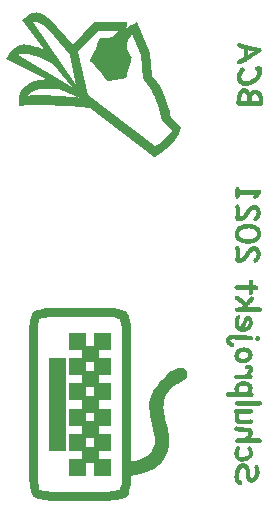
<source format=gbo>
G04*
G04 #@! TF.GenerationSoftware,Altium Limited,Altium Designer,20.2.7 (254)*
G04*
G04 Layer_Color=32896*
%FSLAX25Y25*%
%MOIN*%
G70*
G04*
G04 #@! TF.SameCoordinates,4998CC98-4955-4D50-BC1E-778ED6EA16F9*
G04*
G04*
G04 #@! TF.FilePolarity,Positive*
G04*
G01*
G75*
G36*
X56182Y92416D02*
X57082Y92341D01*
X57832Y92266D01*
X58582Y92191D01*
X59181Y92041D01*
X59706Y91891D01*
X60231Y91816D01*
X60906Y91516D01*
X61356Y91291D01*
X61581Y91141D01*
X61656Y91066D01*
X61881Y90766D01*
X62106Y90316D01*
X62331Y89866D01*
X62481Y89266D01*
X62706Y88067D01*
X62931Y86717D01*
X63006Y85442D01*
Y84842D01*
X63081Y84392D01*
Y41348D01*
X64281Y41423D01*
X65406Y41648D01*
X66380Y41948D01*
X67205Y42323D01*
X67880Y42698D01*
X68330Y42998D01*
X68705Y43223D01*
X68780Y43298D01*
X69605Y44047D01*
X70205Y44872D01*
X70580Y45622D01*
X70880Y46297D01*
X71030Y46972D01*
X71180Y47422D01*
Y48397D01*
X71030Y48997D01*
X70805Y50347D01*
X70655Y50947D01*
X70580Y51472D01*
X70430Y51771D01*
Y51921D01*
X70055Y53721D01*
X69755Y55146D01*
X69530Y56346D01*
X69380Y57396D01*
X69305Y58221D01*
X69230Y58895D01*
X69155Y59345D01*
Y59720D01*
X69230Y60770D01*
X69380Y61820D01*
X69680Y62795D01*
X69980Y63770D01*
X70880Y65420D01*
X71930Y66844D01*
X72380Y67519D01*
X72905Y68044D01*
X73355Y68494D01*
X73804Y68869D01*
X74104Y69244D01*
X74404Y69469D01*
X74554Y69544D01*
X74629Y69619D01*
X75529Y70594D01*
X76429Y71269D01*
X77254Y71794D01*
X78079Y72094D01*
X78754Y72319D01*
X79279Y72394D01*
X79579Y72469D01*
X79729D01*
X80479Y72394D01*
X81003Y72094D01*
X81378Y71719D01*
X81603Y71344D01*
X81828Y70894D01*
X81903Y70519D01*
Y70144D01*
X81828Y69544D01*
X81528Y69094D01*
X81078Y68644D01*
X80629Y68269D01*
X80104Y67969D01*
X79729Y67744D01*
X79429Y67594D01*
X79279Y67519D01*
X78304Y67069D01*
X77479Y66545D01*
X76804Y65945D01*
X76129Y65345D01*
X75604Y64670D01*
X75229Y63995D01*
X74854Y63320D01*
X74554Y62720D01*
X74179Y61520D01*
X74029Y60995D01*
X73954Y60470D01*
Y60095D01*
X73879Y59795D01*
Y59570D01*
X73954Y57996D01*
X74104Y57246D01*
X74254Y56571D01*
X74329Y56046D01*
X74479Y55521D01*
X74554Y55221D01*
Y55146D01*
X75004Y53421D01*
X75304Y52296D01*
X75529Y51322D01*
X75679Y50422D01*
X75829Y49672D01*
Y48997D01*
X75904Y48547D01*
Y48097D01*
X75829Y47197D01*
X75754Y46297D01*
X75304Y44722D01*
X74704Y43298D01*
X74029Y42098D01*
X73355Y41123D01*
X72755Y40448D01*
X72305Y39998D01*
X72230Y39923D01*
X72155Y39848D01*
X71405Y39248D01*
X70655Y38798D01*
X69155Y37973D01*
X67580Y37373D01*
X66155Y36998D01*
X64881Y36698D01*
X64356Y36623D01*
X63906D01*
X63531Y36549D01*
X63231D01*
X63081D01*
Y34374D01*
X63006Y33624D01*
X62856Y32349D01*
X62556Y31299D01*
X62256Y30549D01*
X61956Y29949D01*
X61656Y29649D01*
X61506Y29424D01*
X61431Y29349D01*
X61056Y29125D01*
X60681Y28975D01*
X59631Y28675D01*
X58356Y28450D01*
X57082Y28300D01*
X55882Y28225D01*
X55357D01*
X54907Y28150D01*
X54457D01*
X54157D01*
X54007D01*
X53932D01*
X38034D01*
X36984D01*
X36009Y28225D01*
X35110Y28300D01*
X34360Y28375D01*
X33610Y28525D01*
X33010Y28600D01*
X32485Y28749D01*
X32035Y28899D01*
X31360Y29199D01*
X30835Y29424D01*
X30610Y29574D01*
X30535Y29649D01*
X30310Y29949D01*
X30010Y30399D01*
X29635Y31449D01*
X29410Y32649D01*
X29260Y33999D01*
X29110Y35199D01*
Y35724D01*
X29035Y36173D01*
Y84467D01*
X29110Y85442D01*
X29185Y86342D01*
X29260Y87167D01*
X29335Y87842D01*
X29485Y88516D01*
X29635Y89042D01*
X29785Y89491D01*
X30010Y90241D01*
X30235Y90691D01*
X30385Y90916D01*
X30460Y90991D01*
X30760Y91291D01*
X31210Y91516D01*
X31660Y91666D01*
X32260Y91891D01*
X33460Y92116D01*
X34810Y92341D01*
X36009Y92416D01*
X36534D01*
X37059Y92491D01*
X37434D01*
X37734D01*
X37959D01*
X38034D01*
X54007D01*
X55132D01*
X56182Y92416D01*
D02*
G37*
G36*
X32204Y190870D02*
X32879Y190720D01*
X33479Y190420D01*
X34079Y190120D01*
X35354Y189220D01*
X36479Y188245D01*
X37453Y187270D01*
X38278Y186371D01*
X38578Y186071D01*
X38803Y185771D01*
X38878Y185621D01*
X38953Y185546D01*
X43753Y180071D01*
X50802Y187870D01*
X61750D01*
X61675Y186445D01*
X61473Y185367D01*
X61825Y185696D01*
X63025Y186595D01*
X64000Y187195D01*
X64375Y187420D01*
X64675Y187570D01*
X64900Y187720D01*
X64975D01*
X69399Y177447D01*
X70224Y169873D01*
X71124Y168748D01*
X71874Y167623D01*
X72624Y166423D01*
X73299Y165223D01*
X74349Y162899D01*
X75173Y160724D01*
X75473Y159749D01*
X75698Y158849D01*
X75923Y158024D01*
X76073Y157274D01*
X76223Y156749D01*
X76298Y156299D01*
X76373Y156000D01*
Y155924D01*
X79823Y152400D01*
X79448Y151350D01*
X78923Y150300D01*
X78323Y149325D01*
X77723Y148425D01*
X76223Y146776D01*
X74648Y145426D01*
X73224Y144226D01*
X72549Y143776D01*
X71949Y143401D01*
X71499Y143101D01*
X71124Y142876D01*
X70899Y142801D01*
X70824Y142726D01*
X49377Y158924D01*
X45927Y159299D01*
X42703Y159599D01*
X41203Y159749D01*
X39778Y159824D01*
X38503Y159899D01*
X37229Y159974D01*
X36104Y160049D01*
X35129D01*
X34229D01*
X33479Y160124D01*
X32879D01*
X32504D01*
X32204D01*
X32129D01*
X30929D01*
X29730Y160049D01*
X28680D01*
X27780Y159974D01*
X27030Y159899D01*
X26430D01*
X26055Y159824D01*
X25905D01*
X25830Y160424D01*
Y160874D01*
X25755Y161249D01*
Y161774D01*
X25830Y162824D01*
X26055Y163798D01*
X26430Y164623D01*
X26880Y165298D01*
X27405Y165973D01*
X28080Y166498D01*
X28680Y166948D01*
X29355Y167398D01*
X30704Y167923D01*
X31304Y168148D01*
X31904Y168298D01*
X32354Y168373D01*
X32729Y168448D01*
X32954Y168523D01*
X33029D01*
X34904Y168598D01*
X21556Y175422D01*
X21930Y176247D01*
X22380Y176997D01*
X22830Y177672D01*
X23355Y178272D01*
X23805Y178721D01*
X24330Y179096D01*
X25230Y179696D01*
X26055Y180071D01*
X26805Y180221D01*
X27255Y180296D01*
X27330D01*
X27405D01*
X28455Y180221D01*
X29430Y180071D01*
X30479Y179846D01*
X31379Y179546D01*
X32129Y179321D01*
X32804Y179096D01*
X33179Y178946D01*
X33254Y178872D01*
X33329D01*
X34829Y177822D01*
X26655Y188320D01*
X27630Y189220D01*
X28530Y189820D01*
X29355Y190270D01*
X30105Y190645D01*
X30704Y190795D01*
X31229Y190870D01*
X31529Y190945D01*
X31604D01*
X32204Y190870D01*
D02*
G37*
G36*
X99173Y180775D02*
X99278Y180760D01*
X99518Y180685D01*
X99607Y180640D01*
X99697Y180610D01*
X99757Y180595D01*
X99772Y180580D01*
X99967Y180505D01*
X100132Y180430D01*
X100252Y180385D01*
X100357Y180355D01*
X100432Y180340D01*
X100477Y180325D01*
X100492Y180310D01*
X100507D01*
X101241Y180130D01*
X101601Y180055D01*
X101931Y179980D01*
X102246Y179905D01*
X102545Y179830D01*
X102830Y179770D01*
X103085Y179710D01*
X103325Y179665D01*
X103520Y179620D01*
X103700Y179576D01*
X103850Y179545D01*
X103970Y179516D01*
X104059Y179500D01*
X104119Y179485D01*
X104134D01*
X104539Y179396D01*
X104899Y179336D01*
X105214Y179276D01*
X105454Y179231D01*
X105648Y179186D01*
X105798Y179156D01*
X105873Y179141D01*
X105903D01*
X106038Y179096D01*
X106143Y179051D01*
X106248Y178991D01*
X106323Y178931D01*
X106458Y178796D01*
X106548Y178661D01*
X106593Y178526D01*
X106623Y178436D01*
X106638Y178361D01*
Y178331D01*
X106608Y178256D01*
X106548Y178166D01*
X106443Y178061D01*
X106308Y177927D01*
X106158Y177792D01*
X105978Y177657D01*
X105588Y177357D01*
X105199Y177087D01*
X105034Y176952D01*
X104869Y176847D01*
X104734Y176757D01*
X104629Y176682D01*
X104569Y176637D01*
X104539Y176622D01*
X103999Y176278D01*
X103490Y175948D01*
X103010Y175648D01*
X102800Y175513D01*
X102590Y175393D01*
X102410Y175288D01*
X102246Y175183D01*
X102096Y175093D01*
X101976Y175019D01*
X101871Y174959D01*
X101796Y174914D01*
X101751Y174899D01*
X101736Y174884D01*
X101676Y174704D01*
X101616Y174584D01*
X101541Y174479D01*
X101481Y174419D01*
X101421Y174374D01*
X101376Y174359D01*
X101346Y174344D01*
X101331D01*
X101211D01*
X101106Y174374D01*
X101031Y174389D01*
X101016Y174404D01*
X101002D01*
X100717Y174269D01*
X100462Y174149D01*
X100222Y174029D01*
X100027Y173939D01*
X99847Y173864D01*
X99682Y173804D01*
X99563Y173744D01*
X99442Y173714D01*
X99353Y173669D01*
X99278Y173654D01*
X99218Y173639D01*
X99173Y173624D01*
X99113Y173609D01*
X99098D01*
X98978Y173624D01*
X98888Y173654D01*
X98723Y173729D01*
X98663Y173774D01*
X98618Y173819D01*
X98588Y173834D01*
X98573Y173849D01*
X98513Y173939D01*
X98468Y174029D01*
X98408Y174209D01*
X98393Y174284D01*
X98378Y174344D01*
Y174389D01*
X98393Y174539D01*
X98438Y174674D01*
X98498Y174794D01*
X98573Y174884D01*
X98648Y174959D01*
X98708Y175019D01*
X98753Y175048D01*
X98768Y175064D01*
X99203Y175288D01*
X99563Y175468D01*
X99877Y175618D01*
X100132Y175738D01*
X100342Y175828D01*
X100477Y175903D01*
X100567Y175933D01*
X100597Y175948D01*
X100627Y176143D01*
X100657Y176353D01*
X100672Y176577D01*
X100687Y176787D01*
X100717Y176982D01*
Y177132D01*
X100732Y177192D01*
Y177282D01*
X100762Y177612D01*
X100777Y177882D01*
X100792Y178106D01*
X100822Y178301D01*
X100837Y178436D01*
Y178541D01*
X100852Y178601D01*
Y178616D01*
X100537Y178706D01*
X100252Y178781D01*
X99997Y178871D01*
X99787Y178946D01*
X99607Y179021D01*
X99472Y179081D01*
X99383Y179111D01*
X99368Y179126D01*
X99353D01*
X99173Y179201D01*
X99023Y179291D01*
X98888Y179366D01*
X98783Y179441D01*
X98678Y179516D01*
X98603Y179590D01*
X98468Y179725D01*
X98393Y179830D01*
X98348Y179920D01*
X98333Y179980D01*
Y179995D01*
X98348Y180100D01*
X98363Y180205D01*
X98438Y180385D01*
X98468Y180445D01*
X98498Y180490D01*
X98513Y180520D01*
X98528Y180535D01*
X98618Y180625D01*
X98708Y180685D01*
X98798Y180730D01*
X98873Y180760D01*
X98948Y180775D01*
X99008Y180790D01*
X99053D01*
X99068D01*
X99173Y180775D01*
D02*
G37*
G36*
X105603Y172965D02*
X105783Y172950D01*
X105933Y172935D01*
X106068Y172905D01*
X106173Y172890D01*
X106233Y172875D01*
X106248D01*
X106368Y172845D01*
X106458Y172800D01*
X106623Y172710D01*
X106743Y172605D01*
X106818Y172485D01*
X106863Y172365D01*
X106878Y172275D01*
X106893Y172215D01*
Y172185D01*
X106878Y172065D01*
X106863Y171946D01*
X106818Y171856D01*
X106773Y171766D01*
X106728Y171691D01*
X106698Y171646D01*
X106668Y171616D01*
X106653Y171601D01*
X106668Y171481D01*
X106683Y171376D01*
X106698Y171286D01*
Y171256D01*
X106713Y171106D01*
X106728Y170971D01*
Y170821D01*
X106713Y170552D01*
X106653Y170282D01*
X106578Y170027D01*
X106473Y169772D01*
X106353Y169532D01*
X106218Y169292D01*
X106068Y169082D01*
X105918Y168873D01*
X105753Y168678D01*
X105618Y168513D01*
X105468Y168363D01*
X105349Y168243D01*
X105244Y168138D01*
X105169Y168063D01*
X105109Y168018D01*
X105094Y168003D01*
X104734Y167718D01*
X104374Y167479D01*
X104030Y167254D01*
X103685Y167074D01*
X103355Y166924D01*
X103055Y166789D01*
X102755Y166684D01*
X102486Y166594D01*
X102231Y166534D01*
X102006Y166489D01*
X101796Y166444D01*
X101631Y166429D01*
X101496Y166414D01*
X101406Y166399D01*
X101331D01*
X101316D01*
X101091Y166414D01*
X100882Y166429D01*
X100492Y166519D01*
X100147Y166654D01*
X99847Y166804D01*
X99712Y166879D01*
X99607Y166954D01*
X99502Y167029D01*
X99413Y167089D01*
X99353Y167134D01*
X99308Y167179D01*
X99278Y167194D01*
X99263Y167209D01*
X99098Y167374D01*
X98963Y167538D01*
X98843Y167718D01*
X98738Y167898D01*
X98663Y168078D01*
X98588Y168243D01*
X98483Y168573D01*
X98408Y168873D01*
X98393Y168992D01*
X98378Y169097D01*
X98363Y169187D01*
Y169307D01*
X98378Y169607D01*
X98423Y169892D01*
X98483Y170177D01*
X98558Y170461D01*
X98768Y170971D01*
X98888Y171211D01*
X99008Y171436D01*
X99113Y171646D01*
X99233Y171841D01*
X99338Y171991D01*
X99442Y172140D01*
X99518Y172245D01*
X99577Y172320D01*
X99622Y172380D01*
X99637Y172395D01*
X99727Y172500D01*
X99832Y172575D01*
X99922Y172620D01*
X100012Y172665D01*
X100087Y172680D01*
X100147Y172695D01*
X100192D01*
X100207D01*
X100312Y172680D01*
X100402Y172665D01*
X100567Y172590D01*
X100627Y172545D01*
X100672Y172500D01*
X100702Y172485D01*
X100717Y172470D01*
X100807Y172380D01*
X100867Y172290D01*
X100911Y172200D01*
X100942Y172110D01*
X100956Y172036D01*
X100971Y171976D01*
Y171916D01*
X100956Y171826D01*
X100926Y171721D01*
X100822Y171496D01*
X100762Y171406D01*
X100717Y171331D01*
X100687Y171271D01*
X100672Y171256D01*
X100522Y171031D01*
X100417Y170851D01*
X100327Y170701D01*
X100252Y170597D01*
X100207Y170507D01*
X100177Y170461D01*
X100147Y170432D01*
Y170417D01*
X100057Y170207D01*
X99982Y169997D01*
X99937Y169817D01*
X99892Y169652D01*
X99877Y169502D01*
X99862Y169397D01*
Y169307D01*
X99877Y169097D01*
X99922Y168918D01*
X99997Y168753D01*
X100072Y168603D01*
X100147Y168498D01*
X100222Y168408D01*
X100267Y168348D01*
X100282Y168333D01*
X100447Y168198D01*
X100627Y168108D01*
X100807Y168033D01*
X100956Y167988D01*
X101106Y167958D01*
X101211Y167943D01*
X101286D01*
X101316D01*
X101571Y167958D01*
X101811Y168003D01*
X102066Y168063D01*
X102321Y168138D01*
X102785Y168348D01*
X103010Y168468D01*
X103220Y168588D01*
X103415Y168693D01*
X103595Y168813D01*
X103745Y168918D01*
X103880Y169023D01*
X103984Y169097D01*
X104074Y169157D01*
X104119Y169202D01*
X104134Y169217D01*
X104329Y169382D01*
X104494Y169547D01*
X104644Y169697D01*
X104764Y169847D01*
X104869Y169982D01*
X104959Y170117D01*
X105034Y170237D01*
X105094Y170357D01*
X105169Y170552D01*
X105214Y170701D01*
X105229Y170746D01*
Y171031D01*
X105214Y171106D01*
Y171166D01*
X105199Y171211D01*
Y171241D01*
X105184Y171256D01*
X105154Y171301D01*
X105124Y171331D01*
X105019Y171406D01*
X104929Y171451D01*
X104899Y171466D01*
X104884D01*
X104719Y171571D01*
X104584Y171676D01*
X104494Y171811D01*
X104434Y171931D01*
X104404Y172036D01*
X104389Y172125D01*
X104374Y172185D01*
Y172200D01*
X104389Y172350D01*
X104419Y172470D01*
X104464Y172575D01*
X104524Y172665D01*
X104569Y172725D01*
X104614Y172770D01*
X104644Y172800D01*
X104659Y172815D01*
X104749Y172875D01*
X104839Y172905D01*
X105004Y172965D01*
X105064D01*
X105124Y172980D01*
X105154D01*
X105169D01*
X105394D01*
X105603Y172965D01*
D02*
G37*
G36*
X100971Y165785D02*
X101181Y165725D01*
X101376Y165650D01*
X101556Y165560D01*
X101706Y165470D01*
X101811Y165395D01*
X101886Y165335D01*
X101916Y165320D01*
X102096Y165155D01*
X102261Y164990D01*
X102396Y164840D01*
X102500Y164690D01*
X102590Y164570D01*
X102650Y164465D01*
X102680Y164406D01*
X102695Y164376D01*
X102845Y164525D01*
X102980Y164660D01*
X103115Y164780D01*
X103235Y164855D01*
X103325Y164930D01*
X103400Y164975D01*
X103445Y164990D01*
X103460Y165005D01*
X103625Y165080D01*
X103805Y165140D01*
X103984Y165185D01*
X104149Y165215D01*
X104299Y165230D01*
X104419Y165245D01*
X104494D01*
X104524D01*
X104734Y165230D01*
X104944Y165200D01*
X105139Y165140D01*
X105319Y165065D01*
X105663Y164885D01*
X105948Y164690D01*
X106173Y164480D01*
X106263Y164376D01*
X106353Y164301D01*
X106413Y164226D01*
X106458Y164166D01*
X106473Y164136D01*
X106488Y164121D01*
X106608Y163941D01*
X106713Y163761D01*
X106878Y163401D01*
X106998Y163072D01*
X107072Y162772D01*
X107132Y162502D01*
X107147Y162397D01*
Y162307D01*
X107162Y162232D01*
Y161782D01*
X107147Y161497D01*
X107117Y161258D01*
X107102Y161063D01*
X107072Y160913D01*
X107043Y160808D01*
X107027Y160748D01*
Y160733D01*
X106998Y160583D01*
X106967Y160433D01*
X106938Y160313D01*
X106893Y160208D01*
X106788Y160044D01*
X106668Y159924D01*
X106563Y159849D01*
X106488Y159804D01*
X106428Y159774D01*
X106398D01*
X106173Y159744D01*
X105933D01*
X105843D01*
X105768D01*
X105708D01*
X105693D01*
X105423D01*
X105289Y159759D01*
X105184D01*
X105079D01*
X105004Y159774D01*
X104959D01*
X104944D01*
X99083D01*
X98963Y159789D01*
X98858Y159819D01*
X98678Y159909D01*
X98603Y159953D01*
X98543Y159984D01*
X98513Y160013D01*
X98498Y160029D01*
X98408Y160133D01*
X98348Y160223D01*
X98288Y160328D01*
X98258Y160418D01*
X98243Y160508D01*
X98228Y160568D01*
Y160988D01*
X98243Y161333D01*
X98273Y161662D01*
X98303Y161962D01*
X98333Y162247D01*
X98378Y162517D01*
X98423Y162757D01*
X98468Y162981D01*
X98513Y163176D01*
X98558Y163356D01*
X98603Y163506D01*
X98633Y163641D01*
X98663Y163731D01*
X98693Y163806D01*
X98708Y163851D01*
Y163866D01*
X98798Y164076D01*
X98903Y164286D01*
X99008Y164480D01*
X99113Y164645D01*
X99203Y164795D01*
X99278Y164900D01*
X99338Y164960D01*
X99353Y164990D01*
X99472Y165140D01*
X99607Y165260D01*
X99727Y165365D01*
X99847Y165455D01*
X100087Y165605D01*
X100297Y165695D01*
X100477Y165755D01*
X100627Y165785D01*
X100717Y165800D01*
X100732D01*
X100747D01*
X100971Y165785D01*
D02*
G37*
G36*
X98694Y132794D02*
X98799Y132779D01*
X98964Y132704D01*
X99024Y132659D01*
X99069Y132614D01*
X99084Y132599D01*
X99099Y132584D01*
X99174Y132494D01*
X99219Y132404D01*
X99279Y132224D01*
X99294Y132149D01*
X99309Y132104D01*
Y131684D01*
X100628D01*
X101033D01*
X101408D01*
X101767D01*
X102097Y131699D01*
X102397D01*
X102682D01*
X102936D01*
X103161Y131714D01*
X103371D01*
X103536D01*
X103686D01*
X103806Y131729D01*
X103911D01*
X103971D01*
X104016D01*
X104031D01*
X104451Y131744D01*
X104825Y131759D01*
X105140Y131774D01*
X105395Y131789D01*
X105605D01*
X105755D01*
X105800D01*
X105845D01*
X105875D01*
X106070Y131774D01*
X106219Y131714D01*
X106324Y131624D01*
X106399Y131535D01*
X106444Y131445D01*
X106459Y131355D01*
X106474Y131295D01*
Y131280D01*
X106459Y131145D01*
X106429Y130995D01*
X106384Y130860D01*
X106324Y130740D01*
X106264Y130635D01*
X106219Y130560D01*
X106189Y130500D01*
X106174Y130485D01*
X105635Y129826D01*
X105185Y129196D01*
X105065Y129076D01*
X104945Y128986D01*
X104840Y128926D01*
X104750Y128881D01*
X104675Y128851D01*
X104615Y128836D01*
X104570D01*
X104555D01*
X104451Y128851D01*
X104361Y128866D01*
X104196Y128956D01*
X104136Y128986D01*
X104091Y129031D01*
X104061Y129046D01*
X104046Y129061D01*
X103971Y129151D01*
X103926Y129241D01*
X103866Y129421D01*
X103851Y129496D01*
X103836Y129556D01*
Y129601D01*
X103851Y129661D01*
X103881Y129751D01*
X103941Y129856D01*
X104001Y129961D01*
X104061Y130066D01*
X104121Y130156D01*
X104151Y130215D01*
X104166Y130230D01*
X99279D01*
Y129976D01*
X99264Y129766D01*
X99249Y129601D01*
X99204Y129436D01*
X99159Y129316D01*
X99099Y129196D01*
X99039Y129106D01*
X98979Y129031D01*
X98904Y128971D01*
X98769Y128881D01*
X98649Y128836D01*
X98559Y128821D01*
X98545D01*
X98529D01*
X98410Y128836D01*
X98320Y128866D01*
X98230Y128911D01*
X98155Y128986D01*
X98050Y129151D01*
X97960Y129346D01*
X97915Y129526D01*
X97900Y129691D01*
X97885Y129766D01*
Y132044D01*
X97900Y132164D01*
X97915Y132269D01*
X97990Y132434D01*
X98020Y132494D01*
X98050Y132539D01*
X98065Y132569D01*
X98080Y132584D01*
X98170Y132659D01*
X98245Y132719D01*
X98335Y132749D01*
X98410Y132779D01*
X98484Y132794D01*
X98545Y132809D01*
X98575D01*
X98589D01*
X98694Y132794D01*
D02*
G37*
G36*
X98724Y126888D02*
X98859Y126828D01*
X98964Y126738D01*
X99054Y126633D01*
X99129Y126513D01*
X99189Y126423D01*
X99219Y126363D01*
X99234Y126333D01*
X99309Y126153D01*
X99354Y125988D01*
X99399Y125838D01*
X99414Y125688D01*
X99429Y125568D01*
X99444Y125479D01*
Y125179D01*
X99429Y124924D01*
Y124639D01*
X99414Y124369D01*
X99399Y124115D01*
Y123905D01*
X99384Y123830D01*
Y123710D01*
X99369Y123500D01*
X99354Y123320D01*
X99339Y123170D01*
X99324Y123050D01*
Y122945D01*
X99309Y122885D01*
Y122825D01*
X99474Y122855D01*
X99624Y122900D01*
X99774Y122960D01*
X99924Y123035D01*
X100178Y123215D01*
X100418Y123410D01*
X100598Y123620D01*
X100748Y123785D01*
X100793Y123860D01*
X100838Y123905D01*
X100868Y123935D01*
Y123950D01*
X101033Y124204D01*
X101183Y124459D01*
X101318Y124684D01*
X101453Y124894D01*
X101558Y125074D01*
X101647Y125209D01*
X101707Y125299D01*
X101722Y125329D01*
X101917Y125584D01*
X102097Y125793D01*
X102277Y125988D01*
X102427Y126138D01*
X102562Y126243D01*
X102667Y126333D01*
X102727Y126378D01*
X102757Y126393D01*
X103012Y126543D01*
X103281Y126648D01*
X103536Y126723D01*
X103791Y126768D01*
X104016Y126813D01*
X104196Y126828D01*
X104256D01*
X104301D01*
X104331D01*
X104346D01*
X104510Y126813D01*
X104675Y126783D01*
X104825Y126753D01*
X104975Y126693D01*
X105230Y126543D01*
X105440Y126393D01*
X105620Y126228D01*
X105740Y126078D01*
X105785Y126018D01*
X105815Y125988D01*
X105845Y125958D01*
Y125943D01*
X106009Y125644D01*
X106144Y125359D01*
X106234Y125059D01*
X106294Y124789D01*
X106324Y124564D01*
X106339Y124459D01*
X106354Y124384D01*
Y124219D01*
X106339Y123935D01*
X106294Y123665D01*
X106219Y123410D01*
X106159Y123185D01*
X106084Y123005D01*
X106009Y122855D01*
X105965Y122765D01*
X105949Y122750D01*
Y122735D01*
X105830Y122540D01*
X105710Y122346D01*
X105560Y122151D01*
X105425Y121971D01*
X105290Y121806D01*
X105185Y121686D01*
X105125Y121596D01*
X105095Y121581D01*
Y121566D01*
X105005Y121476D01*
X104900Y121416D01*
X104810Y121356D01*
X104720Y121326D01*
X104645Y121311D01*
X104585Y121296D01*
X104541D01*
X104525D01*
X104421Y121311D01*
X104316Y121341D01*
X104166Y121431D01*
X104106Y121476D01*
X104061Y121521D01*
X104046Y121551D01*
X104031Y121566D01*
X103956Y121746D01*
X103911Y121911D01*
Y121971D01*
X103896Y122031D01*
Y122076D01*
X103911Y122181D01*
X103971Y122316D01*
X104061Y122466D01*
X104151Y122616D01*
X104241Y122750D01*
X104331Y122870D01*
X104391Y122945D01*
X104406Y122975D01*
X104585Y123215D01*
X104705Y123455D01*
X104795Y123665D01*
X104870Y123845D01*
X104900Y123995D01*
X104915Y124115D01*
X104930Y124189D01*
Y124219D01*
X104915Y124339D01*
X104900Y124459D01*
X104870Y124579D01*
X104825Y124684D01*
X104780Y124774D01*
X104750Y124834D01*
X104735Y124879D01*
X104720Y124894D01*
X104645Y125014D01*
X104570Y125104D01*
X104496Y125164D01*
X104436Y125209D01*
X104376Y125239D01*
X104331Y125254D01*
X104316D01*
X104301D01*
X104151Y125239D01*
X104001Y125209D01*
X103866Y125179D01*
X103731Y125119D01*
X103491Y124969D01*
X103281Y124819D01*
X103101Y124654D01*
X102966Y124504D01*
X102922Y124444D01*
X102892Y124414D01*
X102877Y124384D01*
X102862Y124369D01*
X102682Y124100D01*
X102502Y123830D01*
X102337Y123575D01*
X102202Y123350D01*
X102067Y123155D01*
X101977Y123020D01*
X101932Y122960D01*
X101917Y122915D01*
X101887Y122900D01*
Y122885D01*
X101692Y122616D01*
X101497Y122376D01*
X101318Y122181D01*
X101153Y122031D01*
X101018Y121896D01*
X100913Y121821D01*
X100853Y121761D01*
X100823Y121746D01*
X100553Y121596D01*
X100253Y121491D01*
X99968Y121401D01*
X99684Y121356D01*
X99444Y121326D01*
X99339Y121311D01*
X99264D01*
X99189Y121296D01*
X99129D01*
X99099D01*
X99084D01*
X98904D01*
X98739Y121311D01*
X98604Y121326D01*
X98500Y121356D01*
X98410Y121371D01*
X98350Y121386D01*
X98320Y121401D01*
X98305D01*
X98170Y121476D01*
X98065Y121581D01*
X98005Y121701D01*
X97945Y121806D01*
X97915Y121911D01*
X97900Y122001D01*
Y122181D01*
X97885Y122226D01*
Y122241D01*
X97870Y122316D01*
Y122511D01*
X97885Y122616D01*
X97900Y122825D01*
Y122915D01*
X97915Y122990D01*
Y123065D01*
X97930Y123215D01*
X97945Y123335D01*
Y123455D01*
X97960Y123545D01*
Y123695D01*
X97945Y125329D01*
Y125449D01*
X97930Y125584D01*
X97915Y125644D01*
Y125688D01*
X97900Y125718D01*
Y125733D01*
X97885Y125838D01*
Y125928D01*
X97870Y126063D01*
Y126168D01*
X97885Y126288D01*
X97900Y126393D01*
X97945Y126483D01*
X97990Y126558D01*
X98020Y126618D01*
X98065Y126678D01*
X98080Y126693D01*
X98095Y126708D01*
X98170Y126783D01*
X98260Y126828D01*
X98425Y126888D01*
X98484Y126903D01*
X98545Y126918D01*
X98575D01*
X98589D01*
X98724Y126888D01*
D02*
G37*
G36*
X102862Y120442D02*
X103131Y120427D01*
X103626Y120337D01*
X103866Y120292D01*
X104076Y120232D01*
X104271Y120157D01*
X104451Y120097D01*
X104615Y120022D01*
X104765Y119962D01*
X104885Y119887D01*
X104990Y119842D01*
X105080Y119797D01*
X105140Y119752D01*
X105170Y119737D01*
X105185Y119722D01*
X105410Y119543D01*
X105605Y119363D01*
X105770Y119168D01*
X105920Y118973D01*
X106040Y118763D01*
X106144Y118553D01*
X106234Y118358D01*
X106294Y118164D01*
X106354Y117984D01*
X106399Y117804D01*
X106414Y117654D01*
X106444Y117519D01*
Y117414D01*
X106459Y117339D01*
Y117264D01*
X106444Y116964D01*
X106399Y116679D01*
X106324Y116410D01*
X106234Y116155D01*
X106129Y115915D01*
X106009Y115705D01*
X105875Y115510D01*
X105740Y115330D01*
X105605Y115165D01*
X105470Y115031D01*
X105350Y114911D01*
X105245Y114821D01*
X105155Y114746D01*
X105080Y114686D01*
X105035Y114656D01*
X105020Y114641D01*
X104795Y114506D01*
X104555Y114386D01*
X104331Y114266D01*
X104091Y114176D01*
X103626Y114041D01*
X103191Y113951D01*
X102997Y113906D01*
X102817Y113891D01*
X102667Y113876D01*
X102532Y113861D01*
X102412Y113846D01*
X102337D01*
X102277D01*
X102262D01*
X101932D01*
X101602Y113876D01*
X101303Y113906D01*
X101018Y113936D01*
X100748Y113981D01*
X100493Y114041D01*
X100268Y114086D01*
X100058Y114146D01*
X99879Y114206D01*
X99714Y114251D01*
X99579Y114311D01*
X99459Y114356D01*
X99369Y114386D01*
X99309Y114416D01*
X99264Y114446D01*
X99249D01*
X98979Y114611D01*
X98724Y114791D01*
X98514Y115001D01*
X98335Y115210D01*
X98185Y115420D01*
X98065Y115645D01*
X97960Y115870D01*
X97870Y116080D01*
X97810Y116290D01*
X97765Y116485D01*
X97720Y116649D01*
X97705Y116799D01*
X97690Y116919D01*
X97675Y117024D01*
Y117099D01*
X97690Y117399D01*
X97735Y117684D01*
X97795Y117954D01*
X97870Y118208D01*
X97960Y118433D01*
X98065Y118628D01*
X98170Y118823D01*
X98290Y118988D01*
X98395Y119138D01*
X98500Y119258D01*
X98604Y119378D01*
X98694Y119468D01*
X98784Y119527D01*
X98844Y119572D01*
X98874Y119603D01*
X98889Y119617D01*
X99129Y119767D01*
X99399Y119902D01*
X99684Y120007D01*
X99984Y120097D01*
X100598Y120247D01*
X101198Y120352D01*
X101468Y120382D01*
X101737Y120412D01*
X101962Y120427D01*
X102172Y120442D01*
X102337Y120457D01*
X102472D01*
X102547D01*
X102577D01*
X102862Y120442D01*
D02*
G37*
G36*
X98724Y113097D02*
X98859Y113037D01*
X98964Y112947D01*
X99054Y112842D01*
X99129Y112722D01*
X99189Y112632D01*
X99219Y112572D01*
X99234Y112542D01*
X99309Y112362D01*
X99354Y112197D01*
X99399Y112048D01*
X99414Y111898D01*
X99429Y111778D01*
X99444Y111688D01*
Y111388D01*
X99429Y111133D01*
Y110848D01*
X99414Y110579D01*
X99399Y110324D01*
Y110114D01*
X99384Y110039D01*
Y109919D01*
X99369Y109709D01*
X99354Y109529D01*
X99339Y109379D01*
X99324Y109259D01*
Y109154D01*
X99309Y109095D01*
Y109035D01*
X99474Y109064D01*
X99624Y109109D01*
X99774Y109169D01*
X99924Y109244D01*
X100178Y109424D01*
X100418Y109619D01*
X100598Y109829D01*
X100748Y109994D01*
X100793Y110069D01*
X100838Y110114D01*
X100868Y110144D01*
Y110159D01*
X101033Y110414D01*
X101183Y110669D01*
X101318Y110893D01*
X101453Y111103D01*
X101558Y111283D01*
X101647Y111418D01*
X101707Y111508D01*
X101722Y111538D01*
X101917Y111793D01*
X102097Y112003D01*
X102277Y112197D01*
X102427Y112347D01*
X102562Y112452D01*
X102667Y112542D01*
X102727Y112587D01*
X102757Y112602D01*
X103012Y112752D01*
X103281Y112857D01*
X103536Y112932D01*
X103791Y112977D01*
X104016Y113022D01*
X104196Y113037D01*
X104256D01*
X104301D01*
X104331D01*
X104346D01*
X104510Y113022D01*
X104675Y112992D01*
X104825Y112962D01*
X104975Y112902D01*
X105230Y112752D01*
X105440Y112602D01*
X105620Y112437D01*
X105740Y112287D01*
X105785Y112227D01*
X105815Y112197D01*
X105845Y112168D01*
Y112153D01*
X106009Y111853D01*
X106144Y111568D01*
X106234Y111268D01*
X106294Y110998D01*
X106324Y110773D01*
X106339Y110669D01*
X106354Y110593D01*
Y110429D01*
X106339Y110144D01*
X106294Y109874D01*
X106219Y109619D01*
X106159Y109394D01*
X106084Y109214D01*
X106009Y109064D01*
X105965Y108975D01*
X105949Y108960D01*
Y108945D01*
X105830Y108750D01*
X105710Y108555D01*
X105560Y108360D01*
X105425Y108180D01*
X105290Y108015D01*
X105185Y107895D01*
X105125Y107805D01*
X105095Y107790D01*
Y107775D01*
X105005Y107685D01*
X104900Y107625D01*
X104810Y107565D01*
X104720Y107536D01*
X104645Y107521D01*
X104585Y107506D01*
X104541D01*
X104525D01*
X104421Y107521D01*
X104316Y107551D01*
X104166Y107641D01*
X104106Y107685D01*
X104061Y107730D01*
X104046Y107760D01*
X104031Y107775D01*
X103956Y107955D01*
X103911Y108120D01*
Y108180D01*
X103896Y108240D01*
Y108285D01*
X103911Y108390D01*
X103971Y108525D01*
X104061Y108675D01*
X104151Y108825D01*
X104241Y108960D01*
X104331Y109080D01*
X104391Y109154D01*
X104406Y109184D01*
X104585Y109424D01*
X104705Y109664D01*
X104795Y109874D01*
X104870Y110054D01*
X104900Y110204D01*
X104915Y110324D01*
X104930Y110399D01*
Y110429D01*
X104915Y110548D01*
X104900Y110669D01*
X104870Y110788D01*
X104825Y110893D01*
X104780Y110983D01*
X104750Y111043D01*
X104735Y111088D01*
X104720Y111103D01*
X104645Y111223D01*
X104570Y111313D01*
X104496Y111373D01*
X104436Y111418D01*
X104376Y111448D01*
X104331Y111463D01*
X104316D01*
X104301D01*
X104151Y111448D01*
X104001Y111418D01*
X103866Y111388D01*
X103731Y111328D01*
X103491Y111178D01*
X103281Y111028D01*
X103101Y110863D01*
X102966Y110713D01*
X102922Y110653D01*
X102892Y110624D01*
X102877Y110593D01*
X102862Y110579D01*
X102682Y110309D01*
X102502Y110039D01*
X102337Y109784D01*
X102202Y109559D01*
X102067Y109364D01*
X101977Y109229D01*
X101932Y109169D01*
X101917Y109125D01*
X101887Y109109D01*
Y109095D01*
X101692Y108825D01*
X101497Y108585D01*
X101318Y108390D01*
X101153Y108240D01*
X101018Y108105D01*
X100913Y108030D01*
X100853Y107970D01*
X100823Y107955D01*
X100553Y107805D01*
X100253Y107700D01*
X99968Y107610D01*
X99684Y107565D01*
X99444Y107536D01*
X99339Y107521D01*
X99264D01*
X99189Y107506D01*
X99129D01*
X99099D01*
X99084D01*
X98904D01*
X98739Y107521D01*
X98604Y107536D01*
X98500Y107565D01*
X98410Y107580D01*
X98350Y107596D01*
X98320Y107610D01*
X98305D01*
X98170Y107685D01*
X98065Y107790D01*
X98005Y107910D01*
X97945Y108015D01*
X97915Y108120D01*
X97900Y108210D01*
Y108390D01*
X97885Y108435D01*
Y108450D01*
X97870Y108525D01*
Y108720D01*
X97885Y108825D01*
X97900Y109035D01*
Y109125D01*
X97915Y109199D01*
Y109274D01*
X97930Y109424D01*
X97945Y109544D01*
Y109664D01*
X97960Y109754D01*
Y109904D01*
X97945Y111538D01*
Y111658D01*
X97930Y111793D01*
X97915Y111853D01*
Y111898D01*
X97900Y111928D01*
Y111943D01*
X97885Y112048D01*
Y112137D01*
X97870Y112272D01*
Y112377D01*
X97885Y112497D01*
X97900Y112602D01*
X97945Y112692D01*
X97990Y112767D01*
X98020Y112827D01*
X98065Y112887D01*
X98080Y112902D01*
X98095Y112917D01*
X98170Y112992D01*
X98260Y113037D01*
X98425Y113097D01*
X98484Y113112D01*
X98545Y113127D01*
X98575D01*
X98589D01*
X98724Y113097D01*
D02*
G37*
G36*
X103221Y101809D02*
X103371Y101749D01*
X103491Y101689D01*
X103581Y101600D01*
X103641Y101525D01*
X103686Y101450D01*
X103716Y101390D01*
Y101375D01*
X103746Y101270D01*
X103776Y101150D01*
X103791Y100865D01*
X103806Y100730D01*
Y100355D01*
X103791Y100175D01*
X103776Y100101D01*
Y100040D01*
X103761Y99996D01*
Y99981D01*
X104211D01*
X104451Y99966D01*
X104660Y99951D01*
X104855Y99906D01*
X105005Y99861D01*
X105140Y99801D01*
X105260Y99726D01*
X105350Y99651D01*
X105425Y99576D01*
X105470Y99501D01*
X105515Y99426D01*
X105575Y99291D01*
X105590Y99201D01*
Y99171D01*
X105575Y99051D01*
X105560Y98961D01*
X105485Y98781D01*
X105440Y98721D01*
X105410Y98677D01*
X105395Y98646D01*
X105380Y98632D01*
X105305Y98557D01*
X105215Y98497D01*
X105125Y98467D01*
X105035Y98437D01*
X104960Y98422D01*
X104915Y98407D01*
X104870D01*
X104855D01*
X104690D01*
X104510Y98422D01*
X104436D01*
X104376D01*
X104331D01*
X104316D01*
X104166D01*
X104046Y98437D01*
X103941D01*
X103866D01*
X103806Y98452D01*
X103761D01*
X103746D01*
X103731D01*
X103746Y98197D01*
X103761Y97987D01*
X103776Y97822D01*
X103791Y97702D01*
Y97507D01*
X103776Y97387D01*
X103761Y97282D01*
X103716Y97192D01*
X103686Y97118D01*
X103641Y97057D01*
X103596Y97013D01*
X103581Y96983D01*
X103566Y96968D01*
X103491Y96893D01*
X103401Y96848D01*
X103221Y96788D01*
X103146Y96773D01*
X103101Y96758D01*
X103057D01*
X103042D01*
X102936Y96773D01*
X102832Y96788D01*
X102667Y96863D01*
X102547Y96983D01*
X102457Y97102D01*
X102397Y97222D01*
X102352Y97342D01*
X102337Y97417D01*
Y97447D01*
X102307Y97687D01*
X102292Y97897D01*
X102277Y98077D01*
X102262Y98227D01*
Y98332D01*
X102247Y98422D01*
Y98482D01*
X101857Y98497D01*
X101497Y98512D01*
X101168Y98527D01*
X100883Y98541D01*
X100613D01*
X100373Y98557D01*
X100178D01*
X99998D01*
X99849Y98571D01*
X99714D01*
X99609D01*
X99519D01*
X99459D01*
X99414D01*
X99399D01*
X99384D01*
X99309D01*
X99204D01*
X99009D01*
X98919Y98557D01*
X98844D01*
X98799D01*
X98784D01*
X98649D01*
X98529Y98541D01*
X98425D01*
X98350D01*
X98290D01*
X98230D01*
X98215D01*
X98200D01*
X98095Y98557D01*
X98005Y98586D01*
X97855Y98662D01*
X97795Y98706D01*
X97750Y98751D01*
X97735Y98766D01*
X97720Y98781D01*
X97660Y98871D01*
X97615Y98946D01*
X97555Y99111D01*
X97540Y99186D01*
X97525Y99246D01*
Y99291D01*
X97540Y99441D01*
X97585Y99561D01*
X97645Y99666D01*
X97720Y99756D01*
X97930Y99906D01*
X98155Y99996D01*
X98380Y100056D01*
X98589Y100085D01*
X98664Y100101D01*
X98724D01*
X98769D01*
X98784D01*
X98889D01*
X98994D01*
X99069Y100085D01*
X99084D01*
X99099D01*
X99219D01*
X99309D01*
X99354D01*
X99369D01*
X99519D01*
X99699D01*
X99894Y100071D01*
X100118D01*
X100598Y100056D01*
X101093Y100040D01*
X101333Y100026D01*
X101542D01*
X101752Y100011D01*
X101932D01*
X102082D01*
X102202Y99996D01*
X102262D01*
X102292D01*
X102307Y100190D01*
X102322Y100355D01*
Y100685D01*
X102307Y100745D01*
Y101060D01*
X102322Y101180D01*
X102337Y101285D01*
X102367Y101375D01*
X102412Y101450D01*
X102457Y101510D01*
X102487Y101569D01*
X102502Y101584D01*
X102517Y101600D01*
X102607Y101674D01*
X102682Y101734D01*
X102772Y101764D01*
X102862Y101794D01*
X102936Y101809D01*
X102997Y101824D01*
X103026D01*
X103042D01*
X103221Y101809D01*
D02*
G37*
G36*
X98454Y96503D02*
X98545Y96488D01*
X98769Y96383D01*
X99009Y96248D01*
X99264Y96098D01*
X99489Y95948D01*
X99594Y95873D01*
X99684Y95813D01*
X99759Y95753D01*
X99819Y95708D01*
X99849Y95693D01*
X99864Y95679D01*
X101333Y94539D01*
X101632Y94869D01*
X101902Y95154D01*
X102172Y95424D01*
X102397Y95648D01*
X102592Y95828D01*
X102742Y95963D01*
X102787Y96023D01*
X102832Y96053D01*
X102847Y96083D01*
X102862D01*
X102952Y96158D01*
X103042Y96218D01*
X103116Y96248D01*
X103191Y96278D01*
X103251Y96293D01*
X103296Y96308D01*
X103326D01*
X103341D01*
X103446Y96293D01*
X103551Y96278D01*
X103716Y96188D01*
X103776Y96143D01*
X103821Y96113D01*
X103851Y96083D01*
X103866Y96068D01*
X103941Y95978D01*
X104001Y95888D01*
X104046Y95783D01*
X104076Y95708D01*
X104091Y95634D01*
X104106Y95574D01*
Y95514D01*
X104091Y95394D01*
X104061Y95289D01*
X103986Y95124D01*
X103926Y95049D01*
X103896Y95004D01*
X103866Y94974D01*
X103851Y94959D01*
X103581Y94689D01*
X103326Y94419D01*
X103086Y94179D01*
X102877Y93955D01*
X102682Y93760D01*
X102517Y93565D01*
X102367Y93400D01*
X102232Y93250D01*
X102112Y93115D01*
X102007Y92995D01*
X101932Y92905D01*
X101872Y92815D01*
X101812Y92755D01*
X101782Y92710D01*
X101752Y92695D01*
Y92681D01*
X102007D01*
X102277D01*
X102532D01*
X102772D01*
X102981D01*
X103131Y92695D01*
X103191D01*
X103236D01*
X103266D01*
X103281D01*
X103611Y92710D01*
X103911Y92725D01*
X104166D01*
X104406Y92740D01*
X104585D01*
X104720D01*
X104810D01*
X104840D01*
X105035D01*
X105215Y92725D01*
X105290D01*
X105350Y92710D01*
X105395D01*
X105410D01*
X105635Y92695D01*
X105740D01*
X105815Y92681D01*
X105890D01*
X105935D01*
X105965D01*
X105980D01*
X106099Y92665D01*
X106189Y92651D01*
X106354Y92576D01*
X106414Y92531D01*
X106474Y92486D01*
X106489Y92471D01*
X106504Y92456D01*
X106579Y92366D01*
X106624Y92291D01*
X106684Y92111D01*
X106699Y92036D01*
X106714Y91976D01*
Y91916D01*
X106699Y91796D01*
X106684Y91691D01*
X106654Y91601D01*
X106609Y91526D01*
X106564Y91466D01*
X106534Y91421D01*
X106519Y91391D01*
X106504Y91376D01*
X106429Y91301D01*
X106339Y91256D01*
X106159Y91197D01*
X106084Y91181D01*
X106040Y91167D01*
X105994D01*
X105980D01*
X105785D01*
X105605Y91181D01*
X105530D01*
X105470D01*
X105425D01*
X105410D01*
X105185Y91197D01*
X105020Y91211D01*
X104945D01*
X104900D01*
X104870D01*
X104855D01*
X104555D01*
X104241D01*
X103926Y91197D01*
X103641D01*
X103401D01*
X103296Y91181D01*
X103206D01*
X103131D01*
X103071D01*
X103042D01*
X103026D01*
X102652D01*
X102307Y91167D01*
X102007D01*
X101737D01*
X101513D01*
X101423D01*
X101348D01*
X101288D01*
X101243D01*
X101228D01*
X101213D01*
X101033D01*
X100823Y91151D01*
X100613D01*
X100403Y91136D01*
X100208Y91122D01*
X100058D01*
X99998Y91106D01*
X99954D01*
X99924D01*
X99909D01*
X99609Y91092D01*
X99339Y91076D01*
X99114Y91062D01*
X98934D01*
X98784Y91047D01*
X98679D01*
X98619D01*
X98604D01*
X98440Y91062D01*
X98305Y91076D01*
X98185Y91122D01*
X98080Y91167D01*
X97990Y91226D01*
X97915Y91286D01*
X97810Y91436D01*
X97735Y91571D01*
X97705Y91691D01*
X97690Y91781D01*
Y91811D01*
X97705Y91931D01*
X97720Y92036D01*
X97750Y92126D01*
X97795Y92201D01*
X97825Y92261D01*
X97855Y92321D01*
X97870Y92336D01*
X97885Y92351D01*
X97975Y92426D01*
X98065Y92486D01*
X98155Y92516D01*
X98230Y92546D01*
X98305Y92560D01*
X98365Y92576D01*
X98410D01*
X98425D01*
X98949Y92590D01*
X99189D01*
X99414Y92606D01*
X99609Y92620D01*
X99759D01*
X99819Y92636D01*
X99864D01*
X99879D01*
X99894D01*
X99968Y92755D01*
X100043Y92875D01*
X100208Y93100D01*
X100268Y93205D01*
X100328Y93280D01*
X100373Y93340D01*
X100388Y93355D01*
X100358Y93370D01*
X100313Y93400D01*
X100253Y93460D01*
X100178Y93520D01*
X99998Y93655D01*
X99789Y93820D01*
X99594Y93970D01*
X99414Y94104D01*
X99354Y94165D01*
X99294Y94209D01*
X99264Y94224D01*
X99249Y94239D01*
X99009Y94434D01*
X98784Y94599D01*
X98575Y94734D01*
X98410Y94854D01*
X98260Y94929D01*
X98155Y95004D01*
X98095Y95034D01*
X98065Y95049D01*
X97930Y95139D01*
X97825Y95244D01*
X97765Y95364D01*
X97705Y95469D01*
X97675Y95574D01*
X97660Y95648D01*
Y95723D01*
X97675Y95828D01*
X97690Y95933D01*
X97765Y96113D01*
X97810Y96173D01*
X97840Y96218D01*
X97855Y96248D01*
X97870Y96263D01*
X97960Y96353D01*
X98035Y96413D01*
X98125Y96458D01*
X98200Y96488D01*
X98275Y96503D01*
X98335Y96518D01*
X98365D01*
X98380D01*
X98454Y96503D01*
D02*
G37*
G36*
X99159Y90072D02*
X99294Y90012D01*
X99399Y89922D01*
X99459Y89817D01*
X99504Y89697D01*
X99519Y89608D01*
X99534Y89548D01*
Y89518D01*
X99519Y89413D01*
X99489Y89293D01*
X99399Y89053D01*
X99354Y88948D01*
X99309Y88873D01*
X99279Y88813D01*
X99264Y88798D01*
X99159Y88588D01*
X99084Y88378D01*
X99039Y88169D01*
X99009Y87974D01*
X98979Y87794D01*
X98964Y87659D01*
Y87359D01*
X98979Y87209D01*
X99009Y87059D01*
X99039Y86939D01*
X99054Y86834D01*
X99084Y86744D01*
X99099Y86699D01*
Y86685D01*
X99234Y86430D01*
X99309Y86325D01*
X99384Y86235D01*
X99444Y86160D01*
X99504Y86100D01*
X99534Y86070D01*
X99549Y86055D01*
X100358Y87899D01*
X100433Y88064D01*
X100508Y88228D01*
X100628Y88498D01*
X100748Y88708D01*
X100838Y88873D01*
X100898Y88993D01*
X100943Y89083D01*
X100973Y89128D01*
X100988Y89143D01*
X101078Y89263D01*
X101168Y89368D01*
X101348Y89548D01*
X101528Y89667D01*
X101707Y89742D01*
X101842Y89802D01*
X101962Y89817D01*
X102037Y89832D01*
X102067D01*
X102217Y89817D01*
X102367Y89802D01*
X102622Y89697D01*
X102847Y89562D01*
X103012Y89413D01*
X103146Y89263D01*
X103251Y89128D01*
X103311Y89023D01*
X103326Y89008D01*
Y88993D01*
X103431Y88738D01*
X103506Y88483D01*
X103566Y88213D01*
X103596Y87959D01*
X103626Y87734D01*
Y87629D01*
X103641Y87554D01*
Y87389D01*
X103626Y87134D01*
X103596Y86894D01*
X103536Y86669D01*
X103476Y86460D01*
X103386Y86265D01*
X103296Y86085D01*
X103206Y85920D01*
X103101Y85770D01*
X102997Y85635D01*
X102907Y85515D01*
X102817Y85425D01*
X102727Y85335D01*
X102667Y85275D01*
X102607Y85230D01*
X102577Y85201D01*
X102562Y85185D01*
X102382Y85066D01*
X102187Y84946D01*
X101797Y84766D01*
X101393Y84646D01*
X101033Y84556D01*
X100853Y84526D01*
X100703Y84511D01*
X100568Y84481D01*
X100448D01*
X100343Y84466D01*
X100268D01*
X100223D01*
X100208D01*
X99984Y84481D01*
X99759Y84511D01*
X99564Y84556D01*
X99369Y84616D01*
X99039Y84751D01*
X98754Y84931D01*
X98634Y85006D01*
X98529Y85096D01*
X98440Y85171D01*
X98380Y85245D01*
X98320Y85290D01*
X98275Y85335D01*
X98260Y85365D01*
X98245Y85380D01*
X98035Y85710D01*
X97885Y86070D01*
X97780Y86430D01*
X97705Y86774D01*
X97675Y86939D01*
X97660Y87074D01*
X97645Y87209D01*
Y87314D01*
X97630Y87419D01*
Y87539D01*
X97645Y87854D01*
X97675Y88169D01*
X97735Y88438D01*
X97795Y88678D01*
X97840Y88888D01*
X97900Y89038D01*
X97915Y89098D01*
X97930Y89143D01*
X97945Y89158D01*
Y89173D01*
X98020Y89338D01*
X98110Y89473D01*
X98185Y89608D01*
X98275Y89712D01*
X98365Y89802D01*
X98454Y89877D01*
X98619Y89982D01*
X98754Y90057D01*
X98874Y90087D01*
X98949Y90102D01*
X98979D01*
X99159Y90072D01*
D02*
G37*
G36*
X97330Y83477D02*
X97570Y83462D01*
X97825D01*
X98095Y83447D01*
X98664Y83417D01*
X98934Y83402D01*
X99189Y83387D01*
X99429Y83372D01*
X99639D01*
X99804Y83357D01*
X99938Y83342D01*
X100029D01*
X100058D01*
X100418Y83327D01*
X100763Y83297D01*
X101093Y83282D01*
X101378Y83267D01*
X101662Y83252D01*
X101902Y83237D01*
X102142Y83222D01*
X102337Y83207D01*
X102517Y83192D01*
X102682D01*
X102817Y83177D01*
X102922D01*
X103012Y83162D01*
X103071D01*
X103101D01*
X103116D01*
X103206Y83147D01*
X103296Y83102D01*
X103431Y83012D01*
X103521Y82907D01*
X103536Y82877D01*
X103551Y82862D01*
X103611Y82772D01*
X103656Y82682D01*
X103716Y82517D01*
Y82442D01*
X103731Y82397D01*
Y82352D01*
X103716Y82232D01*
X103686Y82112D01*
X103641Y82023D01*
X103581Y81933D01*
X103521Y81858D01*
X103476Y81813D01*
X103446Y81783D01*
X103431Y81768D01*
X103326Y81708D01*
X103221Y81663D01*
X103026Y81618D01*
X102952Y81603D01*
X102892Y81588D01*
X102847D01*
X102832D01*
X102727D01*
X102577Y81603D01*
X102382D01*
X102172Y81618D01*
X101947Y81633D01*
X101692Y81648D01*
X101183Y81678D01*
X100943Y81693D01*
X100703Y81708D01*
X100478Y81723D01*
X100283Y81738D01*
X100118Y81753D01*
X99998Y81768D01*
X99924D01*
X99894D01*
X99459Y81798D01*
X99054Y81828D01*
X98694Y81858D01*
X98380Y81888D01*
X98095Y81903D01*
X97855Y81918D01*
X97630Y81933D01*
X97450D01*
X97300Y81948D01*
X97165D01*
X97061Y81963D01*
X96986D01*
X96925D01*
X96881D01*
X96866D01*
X96851D01*
X96716Y81948D01*
X96596Y81933D01*
X96491Y81903D01*
X96401Y81873D01*
X96266Y81813D01*
X96176Y81753D01*
X96116Y81693D01*
X96086Y81648D01*
X96071Y81618D01*
Y81603D01*
X96086Y81513D01*
X96131Y81423D01*
X96191Y81348D01*
X96266Y81288D01*
X96341Y81228D01*
X96401Y81183D01*
X96446Y81153D01*
X96461Y81138D01*
X96731Y80988D01*
X96836Y80928D01*
X96956Y80868D01*
X97031Y80808D01*
X97105Y80763D01*
X97150Y80748D01*
X97165Y80733D01*
X97285Y80629D01*
X97375Y80524D01*
X97450Y80419D01*
X97495Y80329D01*
X97525Y80239D01*
X97540Y80179D01*
Y80119D01*
X97525Y79999D01*
X97510Y79909D01*
X97450Y79744D01*
X97405Y79684D01*
X97375Y79639D01*
X97360Y79609D01*
X97345Y79594D01*
X97255Y79504D01*
X97165Y79444D01*
X97075Y79399D01*
X97000Y79369D01*
X96925Y79354D01*
X96866Y79339D01*
X96836D01*
X96821D01*
X96701Y79354D01*
X96581Y79384D01*
X96506Y79414D01*
X96491Y79429D01*
X96476D01*
X96146Y79594D01*
X95846Y79759D01*
X95606Y79939D01*
X95382Y80119D01*
X95202Y80299D01*
X95052Y80494D01*
X94917Y80659D01*
X94827Y80838D01*
X94752Y80988D01*
X94692Y81138D01*
X94647Y81273D01*
X94617Y81378D01*
X94602Y81468D01*
X94587Y81543D01*
Y81603D01*
X94602Y81753D01*
X94617Y81903D01*
X94707Y82173D01*
X94827Y82397D01*
X94962Y82607D01*
X95097Y82757D01*
X95217Y82877D01*
X95307Y82952D01*
X95322Y82982D01*
X95337D01*
X95591Y83147D01*
X95846Y83282D01*
X96086Y83372D01*
X96326Y83432D01*
X96521Y83462D01*
X96671Y83492D01*
X96731D01*
X96776D01*
X96791D01*
X96806D01*
X96940D01*
X97120D01*
X97330Y83477D01*
D02*
G37*
G36*
X105425Y83087D02*
X105530Y83057D01*
X105635Y83012D01*
X105725Y82967D01*
X105800Y82922D01*
X105845Y82877D01*
X105875Y82847D01*
X105890Y82832D01*
X105965Y82727D01*
X106025Y82622D01*
X106070Y82532D01*
X106099Y82427D01*
X106114Y82352D01*
X106129Y82277D01*
Y82217D01*
X106114Y82098D01*
X106099Y81978D01*
X106054Y81873D01*
X106009Y81783D01*
X105965Y81723D01*
X105935Y81663D01*
X105905Y81633D01*
X105890Y81618D01*
X105800Y81528D01*
X105695Y81468D01*
X105590Y81423D01*
X105500Y81393D01*
X105410Y81378D01*
X105350Y81363D01*
X105305D01*
X105290D01*
X105170Y81378D01*
X105050Y81408D01*
X104960Y81438D01*
X104870Y81498D01*
X104795Y81543D01*
X104750Y81573D01*
X104720Y81603D01*
X104705Y81618D01*
X104630Y81723D01*
X104570Y81813D01*
X104541Y81918D01*
X104510Y82008D01*
X104496Y82098D01*
X104481Y82157D01*
Y82217D01*
X104496Y82352D01*
X104510Y82472D01*
X104555Y82577D01*
X104600Y82667D01*
X104630Y82727D01*
X104675Y82787D01*
X104690Y82817D01*
X104705Y82832D01*
X104795Y82922D01*
X104900Y82982D01*
X104990Y83042D01*
X105095Y83072D01*
X105170Y83087D01*
X105230Y83102D01*
X105275D01*
X105290D01*
X105425Y83087D01*
D02*
G37*
G36*
X101153Y79264D02*
X101542Y79204D01*
X101887Y79115D01*
X102172Y79010D01*
X102292Y78950D01*
X102397Y78890D01*
X102487Y78845D01*
X102577Y78800D01*
X102637Y78770D01*
X102682Y78740D01*
X102697Y78710D01*
X102712D01*
X102862Y78575D01*
X103012Y78440D01*
X103116Y78305D01*
X103221Y78155D01*
X103311Y78005D01*
X103386Y77870D01*
X103491Y77586D01*
X103551Y77331D01*
X103566Y77226D01*
X103581Y77136D01*
X103596Y77061D01*
Y76956D01*
X103581Y76686D01*
X103551Y76431D01*
X103491Y76192D01*
X103416Y75952D01*
X103326Y75757D01*
X103236Y75562D01*
X103131Y75382D01*
X103026Y75232D01*
X102922Y75082D01*
X102817Y74962D01*
X102727Y74857D01*
X102637Y74767D01*
X102562Y74707D01*
X102502Y74663D01*
X102472Y74633D01*
X102457Y74617D01*
X102277Y74498D01*
X102097Y74393D01*
X101902Y74303D01*
X101722Y74213D01*
X101363Y74093D01*
X101018Y74018D01*
X100868Y74003D01*
X100733Y73988D01*
X100613Y73973D01*
X100508Y73958D01*
X100418D01*
X100358D01*
X100313D01*
X100298D01*
X100058Y73973D01*
X99834Y74003D01*
X99429Y74108D01*
X99084Y74243D01*
X98934Y74318D01*
X98784Y74393D01*
X98664Y74468D01*
X98559Y74543D01*
X98454Y74603D01*
X98380Y74677D01*
X98320Y74722D01*
X98275Y74767D01*
X98260Y74782D01*
X98245Y74797D01*
X98125Y74932D01*
X98020Y75082D01*
X97840Y75382D01*
X97720Y75682D01*
X97645Y75952D01*
X97585Y76192D01*
X97570Y76296D01*
Y76386D01*
X97555Y76446D01*
Y76551D01*
X97570Y76791D01*
X97600Y77016D01*
X97645Y77226D01*
X97720Y77421D01*
X97870Y77765D01*
X97960Y77915D01*
X98065Y78065D01*
X98155Y78185D01*
X98245Y78290D01*
X98320Y78395D01*
X98410Y78470D01*
X98470Y78530D01*
X98514Y78575D01*
X98545Y78590D01*
X98559Y78605D01*
X98739Y78725D01*
X98904Y78830D01*
X99279Y79010D01*
X99639Y79129D01*
X99984Y79204D01*
X100133Y79234D01*
X100283Y79264D01*
X100403Y79279D01*
X100523D01*
X100613Y79294D01*
X100673D01*
X100718D01*
X100733D01*
X101153Y79264D01*
D02*
G37*
G36*
X102487Y73463D02*
X102712Y73433D01*
X102907Y73373D01*
X103086Y73298D01*
X103221Y73223D01*
X103341Y73133D01*
X103446Y73029D01*
X103521Y72924D01*
X103581Y72819D01*
X103626Y72714D01*
X103686Y72549D01*
Y72474D01*
X103701Y72414D01*
Y72369D01*
X103686Y72144D01*
X103671Y71934D01*
X103581Y71530D01*
X103476Y71170D01*
X103341Y70840D01*
X103266Y70705D01*
X103206Y70585D01*
X103131Y70480D01*
X103086Y70375D01*
X103042Y70315D01*
X102997Y70255D01*
X102981Y70225D01*
X102966Y70210D01*
X103176Y70151D01*
X103326Y70046D01*
X103446Y69926D01*
X103521Y69806D01*
X103566Y69671D01*
X103581Y69581D01*
X103596Y69506D01*
Y69476D01*
X103581Y69356D01*
X103566Y69251D01*
X103536Y69161D01*
X103491Y69086D01*
X103446Y69026D01*
X103416Y68981D01*
X103401Y68966D01*
X103386Y68951D01*
X103311Y68891D01*
X103221Y68846D01*
X103042Y68801D01*
X102966Y68786D01*
X102922Y68771D01*
X102877D01*
X102862D01*
X102787D01*
X102712D01*
X102547D01*
X102472Y68756D01*
X102412D01*
X102367D01*
X102352D01*
X102127D01*
X102052D01*
X101977D01*
X101917D01*
X101872D01*
X101857D01*
X101842D01*
X98230D01*
X98125Y68771D01*
X98020Y68786D01*
X97870Y68846D01*
X97810Y68876D01*
X97765Y68891D01*
X97750Y68921D01*
X97735D01*
X97660Y68996D01*
X97600Y69086D01*
X97570Y69176D01*
X97540Y69251D01*
X97525Y69326D01*
X97510Y69386D01*
Y69446D01*
X97525Y69566D01*
X97540Y69671D01*
X97570Y69761D01*
X97615Y69836D01*
X97660Y69896D01*
X97690Y69956D01*
X97705Y69971D01*
X97720Y69986D01*
X97795Y70061D01*
X97885Y70121D01*
X97975Y70151D01*
X98050Y70180D01*
X98125Y70196D01*
X98185Y70210D01*
X98215D01*
X98230D01*
X101003D01*
X101198Y70315D01*
X101363Y70435D01*
X101528Y70570D01*
X101662Y70705D01*
X101782Y70855D01*
X101887Y71005D01*
X102052Y71290D01*
X102172Y71560D01*
X102217Y71680D01*
X102247Y71784D01*
X102262Y71859D01*
X102277Y71919D01*
X102292Y71964D01*
Y71979D01*
X101722Y71994D01*
X101602Y72009D01*
X101497Y72024D01*
X101318Y72099D01*
X101198Y72219D01*
X101108Y72354D01*
X101063Y72474D01*
X101033Y72594D01*
X101018Y72669D01*
Y72699D01*
X101033Y72834D01*
X101048Y72939D01*
X101153Y73119D01*
X101288Y73253D01*
X101437Y73358D01*
X101587Y73418D01*
X101722Y73448D01*
X101827Y73463D01*
X101842D01*
X101857D01*
X101902D01*
X101947Y73478D01*
X102082D01*
X102142D01*
X102187D01*
X102217D01*
X102232D01*
X102487Y73463D01*
D02*
G37*
G36*
X100868Y68022D02*
X101288Y67977D01*
X101647Y67902D01*
X101812Y67857D01*
X101947Y67827D01*
X102082Y67782D01*
X102187Y67737D01*
X102292Y67707D01*
X102367Y67677D01*
X102427Y67647D01*
X102487Y67617D01*
X102502Y67602D01*
X102517D01*
X102712Y67482D01*
X102877Y67362D01*
X103012Y67212D01*
X103146Y67062D01*
X103251Y66913D01*
X103326Y66763D01*
X103401Y66598D01*
X103461Y66448D01*
X103536Y66178D01*
X103566Y66058D01*
X103581Y65953D01*
X103596Y65863D01*
Y65743D01*
X103581Y65474D01*
X103566Y65354D01*
X103551Y65249D01*
X103521Y65144D01*
X103506Y65069D01*
X103491Y65024D01*
Y65009D01*
X103401Y64739D01*
X103341Y64619D01*
X103296Y64499D01*
X103251Y64409D01*
X103206Y64334D01*
X103191Y64289D01*
X103176Y64274D01*
X103236D01*
X103341Y64259D01*
X103431Y64244D01*
X103596Y64170D01*
X103656Y64125D01*
X103701Y64095D01*
X103716Y64079D01*
X103731Y64065D01*
X103806Y63990D01*
X103851Y63900D01*
X103911Y63735D01*
X103926Y63660D01*
X103941Y63600D01*
Y63555D01*
X103926Y63405D01*
X103881Y63285D01*
X103821Y63180D01*
X103761Y63075D01*
X103686Y63015D01*
X103626Y62955D01*
X103581Y62925D01*
X103566Y62910D01*
X103431Y62850D01*
X103311Y62805D01*
X103176Y62760D01*
X103057Y62745D01*
X102952Y62730D01*
X102862Y62715D01*
X102802D01*
X102787D01*
X102772D01*
X102727D01*
X102652Y62730D01*
X102577D01*
X102487Y62745D01*
X102277Y62760D01*
X102067D01*
X101872Y62775D01*
X101797Y62790D01*
X101737D01*
X101707D01*
X101692D01*
X101363Y62805D01*
X101018Y62835D01*
X100673D01*
X100343Y62850D01*
X100058Y62865D01*
X99938D01*
X99834D01*
X99759D01*
X99699D01*
X99654D01*
X99639D01*
X99309D01*
X98949D01*
X98589D01*
X98245D01*
X98095D01*
X97945D01*
X97810D01*
X97705D01*
X97615D01*
X97540D01*
X97495D01*
X97480D01*
X97165D01*
X96881D01*
X96626D01*
X96401D01*
X96206D01*
X96041D01*
X95891D01*
X95786D01*
X95681D01*
X95606D01*
X95547D01*
X95502D01*
X95442D01*
X95426D01*
X95307Y62880D01*
X95202Y62895D01*
X95112Y62925D01*
X95037Y62970D01*
X94977Y63015D01*
X94932Y63045D01*
X94902Y63060D01*
X94887Y63075D01*
X94812Y63165D01*
X94767Y63255D01*
X94707Y63420D01*
X94692Y63495D01*
X94677Y63555D01*
Y63615D01*
X94692Y63735D01*
X94707Y63840D01*
X94737Y63930D01*
X94782Y64005D01*
X94827Y64065D01*
X94857Y64125D01*
X94872Y64139D01*
X94887Y64154D01*
X94977Y64229D01*
X95067Y64289D01*
X95157Y64319D01*
X95232Y64349D01*
X95307Y64364D01*
X95367Y64379D01*
X95412D01*
X95426D01*
X97675D01*
X97600Y64754D01*
X97585Y64919D01*
X97570Y65069D01*
X97555Y65189D01*
Y65369D01*
X97570Y65593D01*
X97585Y65803D01*
X97630Y66013D01*
X97690Y66193D01*
X97825Y66538D01*
X97990Y66823D01*
X98065Y66943D01*
X98140Y67048D01*
X98215Y67137D01*
X98275Y67212D01*
X98335Y67272D01*
X98380Y67317D01*
X98395Y67332D01*
X98410Y67347D01*
X98559Y67467D01*
X98724Y67572D01*
X99054Y67752D01*
X99384Y67872D01*
X99699Y67947D01*
X99984Y68007D01*
X100103Y68022D01*
X100208D01*
X100283Y68037D01*
X100343D01*
X100388D01*
X100403D01*
X100868Y68022D01*
D02*
G37*
G36*
X106129Y61396D02*
X106219Y61381D01*
X106384Y61306D01*
X106444Y61261D01*
X106489Y61231D01*
X106504Y61216D01*
X106519Y61202D01*
X106594Y61111D01*
X106639Y61037D01*
X106699Y60857D01*
X106714Y60782D01*
X106729Y60722D01*
Y60662D01*
X106714Y60542D01*
X106699Y60452D01*
X106639Y60272D01*
X106594Y60212D01*
X106564Y60167D01*
X106549Y60137D01*
X106534Y60122D01*
X106459Y60047D01*
X106369Y59987D01*
X106279Y59957D01*
X106189Y59927D01*
X106114Y59912D01*
X106070Y59897D01*
X106025D01*
X106009D01*
X98395D01*
X98275Y59912D01*
X98170Y59927D01*
X98080Y59957D01*
X97990Y60002D01*
X97930Y60047D01*
X97885Y60077D01*
X97870Y60092D01*
X97855Y60107D01*
X97780Y60197D01*
X97735Y60287D01*
X97675Y60452D01*
X97660Y60527D01*
X97645Y60587D01*
Y60647D01*
X97660Y60782D01*
X97690Y60902D01*
X97735Y61007D01*
X97810Y61097D01*
X97975Y61231D01*
X98170Y61321D01*
X98350Y61366D01*
X98514Y61396D01*
X98589Y61411D01*
X98634D01*
X98664D01*
X98679D01*
X106009D01*
X106129Y61396D01*
D02*
G37*
G36*
X103221Y58743D02*
X103386Y58668D01*
X103446Y58623D01*
X103491Y58593D01*
X103506Y58563D01*
X103521Y58548D01*
X103596Y58458D01*
X103641Y58368D01*
X103701Y58188D01*
X103716Y58113D01*
X103731Y58054D01*
Y57874D01*
X103701Y57769D01*
X103626Y57604D01*
X103521Y57469D01*
X103401Y57379D01*
X103281Y57319D01*
X103176Y57289D01*
X103101Y57259D01*
X103086D01*
X103071D01*
X102757Y57229D01*
X102412Y57199D01*
X102082Y57184D01*
X101782Y57169D01*
X101513Y57154D01*
X101393D01*
X101303D01*
X101213D01*
X101153D01*
X101123D01*
X101108D01*
X100988D01*
X100853D01*
X100553Y57169D01*
X100418D01*
X100298D01*
X100223D01*
X100208D01*
X100193D01*
X99998D01*
X99819Y57184D01*
X99654D01*
X99504D01*
X99384D01*
X99294D01*
X99234D01*
X99219D01*
X99159Y56914D01*
X99129Y56660D01*
X99099Y56420D01*
X99069Y56225D01*
Y56060D01*
X99054Y55925D01*
Y55715D01*
X99069Y55640D01*
X99084Y55580D01*
Y55550D01*
X99114Y55460D01*
X99144Y55385D01*
X99159Y55325D01*
X99174Y55295D01*
X99324Y55265D01*
X99474Y55235D01*
X99639Y55206D01*
X99789Y55176D01*
X99924Y55160D01*
X100029D01*
X100088Y55146D01*
X100118D01*
X100343Y55130D01*
X100583Y55115D01*
X100808D01*
X101018Y55101D01*
X101213D01*
X101348D01*
X101408D01*
X101453D01*
X101468D01*
X101482D01*
X101587D01*
X101722Y55115D01*
X101977Y55146D01*
X102082D01*
X102172Y55160D01*
X102247Y55176D01*
X102262D01*
X102442Y55206D01*
X102592Y55221D01*
X102727Y55235D01*
X102832D01*
X102907Y55250D01*
X102966D01*
X102997D01*
X103012D01*
X103131Y55235D01*
X103221Y55221D01*
X103386Y55146D01*
X103446Y55101D01*
X103491Y55056D01*
X103506Y55041D01*
X103521Y55026D01*
X103596Y54936D01*
X103641Y54846D01*
X103701Y54666D01*
X103716Y54591D01*
X103731Y54546D01*
Y54486D01*
X103701Y54276D01*
X103626Y54111D01*
X103536Y53976D01*
X103416Y53886D01*
X103296Y53811D01*
X103206Y53781D01*
X103131Y53751D01*
X103101D01*
X102772Y53692D01*
X102457Y53662D01*
X102187Y53632D01*
X101947Y53601D01*
X101752D01*
X101602Y53587D01*
X101558D01*
X101513D01*
X101497D01*
X101482D01*
X101063Y53601D01*
X100643Y53616D01*
X100223Y53646D01*
X99849Y53692D01*
X99669Y53707D01*
X99519Y53736D01*
X99369Y53751D01*
X99249Y53766D01*
X99159Y53781D01*
X99084D01*
X99039Y53796D01*
X99024D01*
X98769Y53856D01*
X98545Y53961D01*
X98365Y54081D01*
X98200Y54201D01*
X98080Y54321D01*
X97990Y54426D01*
X97930Y54486D01*
X97915Y54516D01*
X97810Y54726D01*
X97735Y54936D01*
X97675Y55160D01*
X97645Y55370D01*
X97615Y55550D01*
X97600Y55685D01*
Y55820D01*
X97615Y56105D01*
X97645Y56375D01*
X97690Y56615D01*
X97735Y56839D01*
X97780Y57019D01*
X97825Y57169D01*
X97855Y57259D01*
X97870Y57274D01*
Y57289D01*
X97735Y57379D01*
X97630Y57469D01*
X97555Y57589D01*
X97510Y57694D01*
X97480Y57799D01*
X97450Y57874D01*
Y57949D01*
X97465Y58069D01*
X97480Y58174D01*
X97510Y58263D01*
X97555Y58353D01*
X97600Y58413D01*
X97630Y58458D01*
X97645Y58488D01*
X97660Y58503D01*
X97735Y58578D01*
X97825Y58638D01*
X97900Y58668D01*
X97975Y58698D01*
X98050Y58713D01*
X98110Y58728D01*
X98140D01*
X98155D01*
X98260D01*
X98380Y58713D01*
X98470Y58698D01*
X98484D01*
X98500D01*
X98649Y58683D01*
X98754D01*
X98829D01*
X98844D01*
X98994D01*
X99174D01*
X99354D01*
X99534D01*
X99699D01*
X99834D01*
X99924D01*
X99938D01*
X99954D01*
X100223D01*
X100448D01*
X100628D01*
X100793D01*
X100913D01*
X101003D01*
X101048D01*
X101063D01*
X101108D01*
X101183Y58698D01*
X101303D01*
X101453D01*
X101617Y58713D01*
X101977Y58728D01*
X102352Y58743D01*
X102532Y58758D01*
X102682D01*
X102817D01*
X102922Y58773D01*
X102981D01*
X103012D01*
X103116D01*
X103221Y58743D01*
D02*
G37*
G36*
X98380Y52897D02*
X98440Y52882D01*
X98454D01*
X98634Y52852D01*
X98814Y52807D01*
X98994Y52777D01*
X99159Y52747D01*
X99294Y52732D01*
X99414Y52717D01*
X99489Y52702D01*
X99519D01*
X99564D01*
X99624Y52687D01*
X99774Y52672D01*
X99954Y52657D01*
X100133Y52627D01*
X100313Y52612D01*
X100463Y52597D01*
X100523D01*
X100553Y52582D01*
X100583D01*
X100598D01*
X100853Y52567D01*
X101108D01*
X101333Y52552D01*
X101542D01*
X101707Y52537D01*
X101842D01*
X101932D01*
X101962D01*
X102247Y52507D01*
X102502Y52447D01*
X102712Y52387D01*
X102877Y52327D01*
X103012Y52267D01*
X103101Y52207D01*
X103161Y52178D01*
X103176Y52162D01*
X103356Y51983D01*
X103491Y51773D01*
X103581Y51548D01*
X103656Y51323D01*
X103686Y51113D01*
X103701Y50948D01*
X103716Y50888D01*
Y50798D01*
X103701Y50603D01*
X103686Y50439D01*
X103656Y50274D01*
X103611Y50124D01*
X103566Y50004D01*
X103536Y49899D01*
X103521Y49839D01*
X103506Y49824D01*
X103431Y49659D01*
X103326Y49494D01*
X103236Y49344D01*
X103146Y49224D01*
X103057Y49119D01*
X102981Y49045D01*
X102936Y48985D01*
X102922Y48970D01*
X103311D01*
X103491Y48985D01*
X103656D01*
X103791D01*
X103896Y49000D01*
X103956D01*
X103986D01*
X104406Y49015D01*
X104585Y49030D01*
X104765D01*
X104900D01*
X105020D01*
X105080D01*
X105110D01*
X105350D01*
X105560Y49015D01*
X105725Y49000D01*
X105875Y48985D01*
X105980Y48955D01*
X106070Y48940D01*
X106114Y48925D01*
X106129D01*
X106324Y48835D01*
X106474Y48730D01*
X106579Y48610D01*
X106639Y48490D01*
X106684Y48370D01*
X106699Y48280D01*
X106714Y48220D01*
Y48190D01*
X106699Y48070D01*
X106684Y47980D01*
X106609Y47800D01*
X106564Y47740D01*
X106534Y47695D01*
X106519Y47666D01*
X106504Y47651D01*
X106429Y47576D01*
X106339Y47531D01*
X106174Y47471D01*
X106099Y47456D01*
X106054Y47441D01*
X106009D01*
X105994D01*
X105845Y47456D01*
X105680Y47471D01*
X105605D01*
X105545Y47486D01*
X105500D01*
X105485D01*
X105260Y47516D01*
X105185D01*
X105110Y47531D01*
X105050D01*
X105005D01*
X104990D01*
X104975D01*
X104885D01*
X104750D01*
X104615Y47516D01*
X104465D01*
X104331Y47501D01*
X104211D01*
X104136Y47486D01*
X104121D01*
X104106D01*
X103926D01*
X103461D01*
X103026Y47471D01*
X102622D01*
X102262D01*
X101932Y47456D01*
X101632D01*
X101363D01*
X101123D01*
X100913D01*
X100733Y47471D01*
X100568D01*
X100448D01*
X100358D01*
X100298D01*
X100253D01*
X100238D01*
X99998D01*
X99789Y47456D01*
X99594D01*
X99429D01*
X99294Y47441D01*
X99174D01*
X99069D01*
X98979Y47426D01*
X98919D01*
X98859D01*
X98799Y47411D01*
X98769D01*
X98754D01*
X98619Y47381D01*
X98529Y47366D01*
X98470Y47351D01*
X98454D01*
X98350Y47366D01*
X98245Y47396D01*
X98095Y47471D01*
X98035Y47516D01*
X97990Y47561D01*
X97960Y47576D01*
X97945Y47591D01*
X97885Y47681D01*
X97840Y47785D01*
X97780Y47965D01*
X97765Y48040D01*
X97750Y48100D01*
Y48145D01*
X97765Y48310D01*
X97825Y48445D01*
X97900Y48565D01*
X97975Y48670D01*
X98065Y48745D01*
X98125Y48790D01*
X98185Y48820D01*
X98200Y48835D01*
X98290Y48865D01*
X98425Y48895D01*
X98575Y48925D01*
X98739Y48940D01*
X98934Y48955D01*
X99144Y48970D01*
X99549Y49000D01*
X99759D01*
X99954D01*
X100118Y49015D01*
X100283D01*
X100418D01*
X100508D01*
X100583D01*
X100598D01*
X100868Y49165D01*
X101093Y49299D01*
X101273Y49419D01*
X101423Y49524D01*
X101528Y49599D01*
X101602Y49659D01*
X101647Y49689D01*
X101662Y49704D01*
X101857Y49899D01*
X101992Y50079D01*
X102097Y50274D01*
X102157Y50439D01*
X102202Y50589D01*
X102217Y50694D01*
X102232Y50768D01*
Y50798D01*
X102217Y50873D01*
X102187Y50948D01*
X102082Y51038D01*
X101962Y51083D01*
X101932Y51098D01*
X101917D01*
X101887D01*
X101827D01*
X101662D01*
X101587D01*
X101513D01*
X101468D01*
X101453D01*
X101333D01*
X101198D01*
X101138Y51083D01*
X101078D01*
X101048D01*
X101033D01*
X100853Y51068D01*
X100718D01*
X100643D01*
X100613D01*
X100418D01*
X100208Y51083D01*
X99998Y51098D01*
X99789Y51128D01*
X99609Y51143D01*
X99474Y51158D01*
X99414D01*
X99369Y51173D01*
X99354D01*
X99339D01*
X99054Y51218D01*
X98799Y51248D01*
X98589Y51293D01*
X98410Y51338D01*
X98260Y51368D01*
X98170Y51398D01*
X98095Y51413D01*
X98080D01*
X97900Y51488D01*
X97765Y51593D01*
X97675Y51698D01*
X97615Y51818D01*
X97570Y51938D01*
X97555Y52028D01*
X97540Y52087D01*
Y52118D01*
X97555Y52237D01*
X97570Y52342D01*
X97645Y52507D01*
X97675Y52582D01*
X97705Y52627D01*
X97720Y52657D01*
X97735Y52672D01*
X97810Y52747D01*
X97900Y52807D01*
X97990Y52852D01*
X98065Y52882D01*
X98140Y52897D01*
X98200Y52912D01*
X98230D01*
X98245D01*
X98320D01*
X98380Y52897D01*
D02*
G37*
G36*
X98874Y46361D02*
X98964Y46346D01*
X99129Y46271D01*
X99189Y46226D01*
X99234Y46181D01*
X99249Y46167D01*
X99264Y46152D01*
X99339Y46077D01*
X99399Y45987D01*
X99429Y45897D01*
X99459Y45822D01*
X99474Y45747D01*
X99489Y45687D01*
Y45642D01*
X99474Y45582D01*
X99444Y45477D01*
X99399Y45372D01*
X99354Y45252D01*
X99294Y45147D01*
X99249Y45057D01*
X99219Y44997D01*
X99204Y44967D01*
X99114Y44772D01*
X99039Y44592D01*
X98994Y44443D01*
X98949Y44323D01*
X98934Y44218D01*
X98919Y44128D01*
Y44068D01*
X98934Y43828D01*
X98964Y43633D01*
X99009Y43453D01*
X99069Y43303D01*
X99129Y43183D01*
X99174Y43093D01*
X99204Y43034D01*
X99219Y43019D01*
X99354Y42884D01*
X99504Y42779D01*
X99654Y42704D01*
X99804Y42659D01*
X99938Y42629D01*
X100043Y42599D01*
X100103D01*
X100133D01*
X100358Y42614D01*
X100598Y42674D01*
X100838Y42749D01*
X101048Y42839D01*
X101243Y42914D01*
X101393Y42989D01*
X101453Y43019D01*
X101497Y43049D01*
X101513Y43064D01*
X101528D01*
X101677Y43154D01*
X101812Y43243D01*
X101917Y43333D01*
X102007Y43423D01*
X102157Y43573D01*
X102262Y43708D01*
X102322Y43828D01*
X102352Y43918D01*
X102367Y43978D01*
Y43993D01*
X102352Y44233D01*
X102322Y44428D01*
X102292Y44592D01*
X102247Y44742D01*
X102187Y44847D01*
X102157Y44922D01*
X102127Y44967D01*
X102112Y44982D01*
X102022Y45102D01*
X101962Y45222D01*
X101917Y45312D01*
X101887Y45402D01*
X101872Y45477D01*
X101857Y45522D01*
Y45567D01*
X101872Y45687D01*
X101887Y45777D01*
X101977Y45942D01*
X102007Y46002D01*
X102052Y46047D01*
X102067Y46062D01*
X102082Y46077D01*
X102157Y46137D01*
X102247Y46196D01*
X102397Y46241D01*
X102472Y46256D01*
X102517Y46271D01*
X102547D01*
X102562D01*
X102652Y46256D01*
X102742Y46226D01*
X102832Y46181D01*
X102907Y46121D01*
X103057Y45972D01*
X103176Y45807D01*
X103281Y45627D01*
X103371Y45477D01*
X103401Y45417D01*
X103416Y45372D01*
X103431Y45342D01*
Y45327D01*
X103536Y45057D01*
X103611Y44802D01*
X103671Y44563D01*
X103701Y44368D01*
X103731Y44218D01*
X103746Y44098D01*
Y43993D01*
X103731Y43768D01*
X103686Y43558D01*
X103626Y43363D01*
X103536Y43169D01*
X103431Y42989D01*
X103326Y42824D01*
X103086Y42509D01*
X102952Y42389D01*
X102832Y42269D01*
X102727Y42164D01*
X102622Y42074D01*
X102532Y42014D01*
X102472Y41969D01*
X102427Y41939D01*
X102412Y41924D01*
X102187Y41789D01*
X101977Y41669D01*
X101767Y41565D01*
X101558Y41490D01*
X101183Y41340D01*
X100838Y41250D01*
X100688Y41220D01*
X100553Y41205D01*
X100433Y41190D01*
X100328Y41175D01*
X100238Y41160D01*
X100178D01*
X100148D01*
X100133D01*
X99924Y41175D01*
X99714Y41190D01*
X99519Y41235D01*
X99339Y41295D01*
X99009Y41430D01*
X98724Y41594D01*
X98514Y41744D01*
X98425Y41819D01*
X98350Y41879D01*
X98290Y41939D01*
X98245Y41984D01*
X98230Y41999D01*
X98215Y42014D01*
X98095Y42179D01*
X97990Y42344D01*
X97825Y42674D01*
X97705Y43019D01*
X97630Y43348D01*
X97570Y43633D01*
X97555Y43753D01*
Y43858D01*
X97540Y43933D01*
Y44053D01*
X97555Y44263D01*
X97600Y44503D01*
X97660Y44727D01*
X97735Y44952D01*
X97795Y45132D01*
X97855Y45297D01*
X97885Y45357D01*
X97900Y45402D01*
X97915Y45417D01*
Y45432D01*
X97990Y45597D01*
X98080Y45747D01*
X98155Y45867D01*
X98230Y45972D01*
X98305Y46077D01*
X98380Y46152D01*
X98500Y46256D01*
X98619Y46331D01*
X98694Y46361D01*
X98754Y46376D01*
X98769D01*
X98874Y46361D01*
D02*
G37*
G36*
X100463Y40710D02*
X100673Y40695D01*
X101033Y40605D01*
X101348Y40470D01*
X101602Y40335D01*
X101812Y40185D01*
X101962Y40051D01*
X102007Y40006D01*
X102052Y39961D01*
X102082Y39946D01*
Y39931D01*
X102277Y39646D01*
X102442Y39331D01*
X102562Y39016D01*
X102652Y38702D01*
X102712Y38417D01*
X102727Y38297D01*
X102742Y38207D01*
X102757Y38117D01*
X102772Y38057D01*
Y37997D01*
X102787Y37727D01*
X102802Y37487D01*
Y37247D01*
X102817Y37023D01*
X102832Y36843D01*
X102847Y36708D01*
Y36588D01*
X102862Y36453D01*
X102892Y36318D01*
X102922Y36228D01*
X102952Y36138D01*
X102981Y36078D01*
X103012Y36018D01*
X103026Y36003D01*
Y35988D01*
X103086Y35928D01*
X103131Y35883D01*
X103251Y35823D01*
X103341Y35793D01*
X103356D01*
X103371D01*
X103446Y35808D01*
X103521Y35823D01*
X103656Y35898D01*
X103791Y36003D01*
X103896Y36123D01*
X103986Y36243D01*
X104061Y36348D01*
X104106Y36423D01*
X104121Y36453D01*
X104226Y36693D01*
X104316Y36933D01*
X104376Y37157D01*
X104421Y37367D01*
X104451Y37547D01*
X104465Y37682D01*
Y37907D01*
X104451Y38027D01*
X104406Y38282D01*
X104391Y38387D01*
X104361Y38477D01*
X104346Y38552D01*
Y38567D01*
X104316Y38746D01*
X104286Y38911D01*
X104271Y39046D01*
X104256Y39151D01*
X104241Y39241D01*
Y39346D01*
X104256Y39481D01*
X104286Y39586D01*
X104316Y39691D01*
X104361Y39766D01*
X104406Y39826D01*
X104451Y39871D01*
X104465Y39901D01*
X104481Y39916D01*
X104570Y39991D01*
X104660Y40036D01*
X104825Y40095D01*
X104885Y40110D01*
X104945Y40126D01*
X104975D01*
X104990D01*
X105065Y40110D01*
X105140Y40080D01*
X105200Y40036D01*
X105275Y39976D01*
X105395Y39811D01*
X105500Y39631D01*
X105590Y39451D01*
X105650Y39286D01*
X105680Y39226D01*
X105695Y39181D01*
X105710Y39151D01*
Y39136D01*
X105800Y38851D01*
X105860Y38596D01*
X105905Y38372D01*
X105935Y38177D01*
X105949Y38012D01*
X105965Y37892D01*
Y37802D01*
X105949Y37547D01*
X105920Y37307D01*
X105875Y37068D01*
X105830Y36843D01*
X105680Y36423D01*
X105605Y36228D01*
X105515Y36048D01*
X105425Y35883D01*
X105350Y35748D01*
X105275Y35614D01*
X105200Y35509D01*
X105155Y35434D01*
X105110Y35359D01*
X105080Y35329D01*
X105065Y35314D01*
X104900Y35119D01*
X104720Y34939D01*
X104555Y34789D01*
X104376Y34669D01*
X104211Y34549D01*
X104046Y34459D01*
X103881Y34384D01*
X103746Y34324D01*
X103476Y34234D01*
X103371Y34220D01*
X103266Y34190D01*
X103191D01*
X103131Y34174D01*
X103101D01*
X103086D01*
X102936D01*
X102787Y34205D01*
X102652Y34249D01*
X102517Y34324D01*
X102292Y34474D01*
X102112Y34654D01*
X101962Y34849D01*
X101857Y34999D01*
X101812Y35074D01*
X101782Y35119D01*
X101767Y35149D01*
Y35164D01*
X101662Y35464D01*
X101573Y35748D01*
X101513Y36048D01*
X101468Y36303D01*
X101453Y36528D01*
X101437Y36633D01*
Y36708D01*
X101423Y36783D01*
Y37097D01*
X101408Y37292D01*
X101393Y37487D01*
X101378Y37652D01*
X101363Y37802D01*
X101348Y37937D01*
X101333Y38042D01*
X101318Y38147D01*
X101288Y38312D01*
X101258Y38432D01*
X101243Y38492D01*
X101228Y38507D01*
X101123Y38702D01*
X101003Y38851D01*
X100853Y38956D01*
X100703Y39016D01*
X100553Y39061D01*
X100433Y39076D01*
X100358Y39091D01*
X100343D01*
X100328D01*
X100238Y39076D01*
X100148Y39046D01*
X100058Y39001D01*
X99968Y38941D01*
X99804Y38791D01*
X99669Y38627D01*
X99564Y38462D01*
X99474Y38312D01*
X99444Y38252D01*
X99414Y38207D01*
X99399Y38177D01*
Y38162D01*
X99264Y37832D01*
X99159Y37502D01*
X99099Y37203D01*
X99039Y36918D01*
X99009Y36678D01*
Y36573D01*
X98994Y36498D01*
Y36333D01*
X99009Y36138D01*
X99024Y35958D01*
X99054Y35793D01*
X99099Y35644D01*
X99144Y35509D01*
X99204Y35404D01*
X99339Y35209D01*
X99459Y35074D01*
X99564Y34984D01*
X99639Y34939D01*
X99669Y34924D01*
X99834Y34819D01*
X99968Y34714D01*
X100058Y34579D01*
X100118Y34474D01*
X100148Y34354D01*
X100178Y34264D01*
Y34190D01*
X100163Y34055D01*
X100148Y33935D01*
X100103Y33845D01*
X100058Y33755D01*
X100013Y33695D01*
X99984Y33650D01*
X99954Y33620D01*
X99938Y33605D01*
X99849Y33545D01*
X99759Y33500D01*
X99564Y33440D01*
X99489Y33425D01*
X99429Y33410D01*
X99384D01*
X99369D01*
X99249Y33425D01*
X99129Y33440D01*
X98904Y33515D01*
X98694Y33620D01*
X98514Y33755D01*
X98365Y33875D01*
X98260Y33980D01*
X98200Y34055D01*
X98170Y34085D01*
X97960Y34414D01*
X97810Y34759D01*
X97705Y35134D01*
X97630Y35479D01*
X97600Y35644D01*
X97585Y35793D01*
X97570Y35943D01*
Y36063D01*
X97555Y36153D01*
Y36288D01*
X97585Y36858D01*
X97645Y37397D01*
X97690Y37637D01*
X97735Y37877D01*
X97780Y38087D01*
X97840Y38282D01*
X97885Y38462D01*
X97930Y38627D01*
X97975Y38776D01*
X98020Y38881D01*
X98065Y38986D01*
X98080Y39046D01*
X98110Y39091D01*
Y39106D01*
X98260Y39391D01*
X98410Y39646D01*
X98575Y39856D01*
X98754Y40036D01*
X98919Y40200D01*
X99099Y40335D01*
X99279Y40440D01*
X99459Y40530D01*
X99609Y40590D01*
X99759Y40635D01*
X99909Y40680D01*
X100013Y40695D01*
X100118Y40710D01*
X100193Y40725D01*
X100238D01*
X100253D01*
X100463Y40710D01*
D02*
G37*
%LPC*%
G36*
X55507Y89416D02*
X54757D01*
X54457D01*
X54232D01*
X54082D01*
X54007D01*
X38034D01*
X37209D01*
X36459D01*
X35785Y89341D01*
X35260D01*
X34285Y89192D01*
X33610Y89117D01*
X33160Y88967D01*
X32860Y88816D01*
X32785Y88741D01*
X32710D01*
X32560Y88591D01*
X32485Y88292D01*
X32335Y87617D01*
X32185Y86717D01*
X32110Y85817D01*
Y84842D01*
X32035Y84092D01*
Y35574D01*
X32110Y34899D01*
Y34374D01*
X32260Y33399D01*
X32335Y32724D01*
X32485Y32274D01*
X32560Y31974D01*
X32635Y31899D01*
Y31824D01*
X32785Y31749D01*
X33085Y31599D01*
X33760Y31449D01*
X34660Y31374D01*
X35560Y31299D01*
X36534Y31224D01*
X37284D01*
X37584D01*
X37809D01*
X37959D01*
X38034D01*
X54007D01*
X54832D01*
X55582D01*
X56257Y31299D01*
X56782D01*
X57757Y31449D01*
X58432Y31599D01*
X58881Y31674D01*
X59181Y31824D01*
X59331Y31899D01*
X59481Y32049D01*
X59556Y32349D01*
X59781Y33024D01*
X59931Y33849D01*
X60006Y34749D01*
X60081Y35649D01*
Y84917D01*
X60006Y85592D01*
X59931Y86117D01*
X59856Y87092D01*
X59706Y87767D01*
X59556Y88217D01*
X59481Y88516D01*
X59331Y88666D01*
X59181Y88816D01*
X58881Y88892D01*
X58206Y89117D01*
X57382Y89266D01*
X56407Y89341D01*
X55507Y89416D01*
D02*
G37*
%LPD*%
G36*
X56407Y78393D02*
X52282D01*
Y75693D01*
X56407D01*
Y69994D01*
X52282D01*
Y67444D01*
X56407D01*
Y61745D01*
X52282D01*
Y58895D01*
X56407D01*
Y53196D01*
X52282D01*
Y50497D01*
X56407D01*
Y44797D01*
X52282D01*
Y42098D01*
X56407D01*
Y36549D01*
X50858D01*
Y40673D01*
X48008D01*
Y36549D01*
X42459D01*
Y42098D01*
X46583D01*
Y44797D01*
X42459D01*
Y50497D01*
X46583D01*
Y53196D01*
X42459D01*
Y58895D01*
X46583D01*
Y61745D01*
X42459D01*
Y67444D01*
X46583D01*
Y69994D01*
X42459D01*
Y75693D01*
X46583D01*
Y78393D01*
X42459D01*
Y83942D01*
X48008D01*
Y79818D01*
X50858D01*
Y83942D01*
X56407D01*
Y78393D01*
D02*
G37*
G36*
X41259Y44797D02*
X35710D01*
Y75693D01*
X41259D01*
Y44797D01*
D02*
G37*
%LPC*%
G36*
X50858Y74268D02*
X48008D01*
Y71419D01*
X50858D01*
Y74268D01*
D02*
G37*
G36*
Y66020D02*
X48008D01*
Y63170D01*
X50858D01*
Y66020D01*
D02*
G37*
G36*
Y57471D02*
X48008D01*
Y54621D01*
X50858D01*
Y57471D01*
D02*
G37*
G36*
Y49072D02*
X48008D01*
Y46222D01*
X50858D01*
Y49072D01*
D02*
G37*
G36*
X31679Y187720D02*
X31604D01*
X31154D01*
X30779Y187645D01*
X30554D01*
X30479D01*
X44877Y166798D01*
X42703Y176847D01*
X37528Y183221D01*
X36854Y184046D01*
X36179Y184721D01*
X35579Y185321D01*
X35054Y185846D01*
X34454Y186221D01*
X34004Y186595D01*
X33179Y187120D01*
X32504Y187495D01*
X31979Y187645D01*
X31679Y187720D01*
D02*
G37*
G36*
X27855Y177222D02*
X27555D01*
X27480D01*
X26505Y177147D01*
X25830Y176922D01*
X25455Y176697D01*
X25305Y176622D01*
X43453Y165973D01*
X37078Y173772D01*
X33704Y175347D01*
X32279Y175947D01*
X31004Y176397D01*
X29954Y176772D01*
X29055Y176997D01*
X28380Y177147D01*
X27855Y177222D01*
D02*
G37*
G36*
X37528Y165523D02*
X37003D01*
X36479D01*
X36179D01*
X35879D01*
X35729D01*
X35654D01*
X34454D01*
X33404Y165448D01*
X32504Y165298D01*
X31829Y165148D01*
X31304Y165073D01*
X31004Y164923D01*
X30779Y164848D01*
X30704D01*
X30180Y164548D01*
X29730Y164248D01*
X29430Y164023D01*
X29130Y163724D01*
X28830Y163349D01*
X28755Y163274D01*
Y163199D01*
X30105Y163274D01*
X30704D01*
X31229Y163349D01*
X31679D01*
X31979D01*
X32204D01*
X32279D01*
X35204Y163274D01*
X37828Y163199D01*
X39028Y163124D01*
X40153Y163049D01*
X41203Y162974D01*
X42178Y162899D01*
X43078Y162824D01*
X43828Y162749D01*
X44502D01*
X45028Y162674D01*
X45477Y162599D01*
X45777Y162524D01*
X46002D01*
X46077D01*
X38953Y165448D01*
X38203D01*
X37528Y165523D01*
D02*
G37*
G36*
X58676Y184796D02*
X52002D01*
X45402Y177747D01*
X48627Y163498D01*
X70974Y146251D01*
X72249Y147076D01*
X73374Y147976D01*
X74349Y148875D01*
X75173Y149700D01*
X75848Y150450D01*
X76373Y151125D01*
X76748Y151500D01*
X76823Y151575D01*
Y151650D01*
X73299Y154650D01*
X73149Y156149D01*
X72849Y157574D01*
X72474Y158924D01*
X72099Y160199D01*
X71574Y161474D01*
X71049Y162599D01*
X70524Y163724D01*
X69999Y164698D01*
X69474Y165598D01*
X68949Y166423D01*
X68499Y167098D01*
X68049Y167698D01*
X67749Y168148D01*
X67449Y168448D01*
X67299Y168673D01*
X67225Y168748D01*
X66475Y176622D01*
X63550Y183746D01*
X62950Y183146D01*
X62500Y182546D01*
X62200Y181871D01*
X61975Y181271D01*
X61825Y180746D01*
X61750Y180296D01*
Y179921D01*
X61825Y179246D01*
X61900Y178647D01*
X62050Y178272D01*
X62125Y178197D01*
Y178122D01*
X62425Y177372D01*
X62800Y176697D01*
X62950Y176397D01*
X63100Y176172D01*
X63175Y176022D01*
X63250Y175947D01*
X63100Y175347D01*
X62950Y174747D01*
X62650Y173547D01*
X62500Y173022D01*
X62350Y172647D01*
X62275Y172347D01*
Y172272D01*
X62200Y171897D01*
X62050Y171372D01*
X61900Y170398D01*
X61825Y169948D01*
X61750Y169573D01*
X61675Y169348D01*
Y169273D01*
X60400Y168898D01*
X59126Y168598D01*
X58076Y168448D01*
X57101Y168298D01*
X56351Y168223D01*
X55751Y168148D01*
X55451D01*
X55301D01*
X54101Y169573D01*
X53051Y170923D01*
X52002Y172047D01*
X51102Y173097D01*
X50352Y173922D01*
X49827Y174522D01*
X49452Y174897D01*
X49302Y175047D01*
X50052Y176322D01*
X50652Y177597D01*
X51252Y178797D01*
X51777Y179921D01*
X52152Y180971D01*
X52451Y181721D01*
X52526Y182021D01*
X52601Y182246D01*
X52676Y182321D01*
Y182396D01*
X53426D01*
X53951D01*
X54251D01*
X54401D01*
X55601Y182471D01*
X56576Y182771D01*
X57326Y183146D01*
X57851Y183596D01*
X58226Y184046D01*
X58526Y184421D01*
X58601Y184721D01*
X58676Y184796D01*
D02*
G37*
G36*
X102156Y178316D02*
X102141D01*
X102126D01*
X102111Y178241D01*
X102096Y178121D01*
Y178001D01*
X102081Y177867D01*
X102066Y177747D01*
Y177642D01*
X102051Y177567D01*
Y177537D01*
X102036Y177357D01*
X102021Y177192D01*
Y177057D01*
X102006Y176952D01*
X101991Y176862D01*
Y176802D01*
X101976Y176772D01*
Y176757D01*
X102426Y177027D01*
X102815Y177267D01*
X103160Y177462D01*
X103460Y177642D01*
X103580Y177702D01*
X103685Y177762D01*
X103775Y177822D01*
X103850Y177867D01*
X103910Y177897D01*
X103955Y177927D01*
X103970Y177942D01*
X103984D01*
X103580Y178032D01*
X103205Y178106D01*
X102890Y178166D01*
X102620Y178226D01*
X102410Y178256D01*
X102321Y178271D01*
X102261Y178286D01*
X102201Y178301D01*
X102156Y178316D01*
D02*
G37*
G36*
X104584Y163716D02*
X104539D01*
X104524D01*
X104329Y163701D01*
X104149Y163641D01*
X103999Y163566D01*
X103865Y163446D01*
X103745Y163326D01*
X103640Y163176D01*
X103565Y163026D01*
X103490Y162877D01*
X103385Y162562D01*
X103340Y162412D01*
X103325Y162292D01*
X103295Y162172D01*
Y162097D01*
X103280Y162037D01*
Y161797D01*
X103295Y161557D01*
X103310Y161438D01*
Y161348D01*
X103325Y161288D01*
Y161273D01*
X104479D01*
X105663D01*
Y162127D01*
X105648Y162337D01*
X105603Y162532D01*
X105543Y162727D01*
X105483Y162877D01*
X105409Y163012D01*
X105349Y163116D01*
X105304Y163176D01*
X105289Y163206D01*
X105154Y163371D01*
X105019Y163506D01*
X104884Y163596D01*
X104764Y163656D01*
X104674Y163686D01*
X104584Y163716D01*
D02*
G37*
G36*
X100717Y164301D02*
X100702D01*
X100642Y164286D01*
X100582Y164256D01*
X100522Y164211D01*
X100477Y164151D01*
X100372Y163986D01*
X100282Y163821D01*
X100207Y163641D01*
X100147Y163476D01*
X100132Y163416D01*
X100117Y163371D01*
X100102Y163341D01*
Y163326D01*
X99997Y162922D01*
X99907Y162532D01*
X99847Y162187D01*
X99802Y161887D01*
X99787Y161752D01*
X99772Y161632D01*
X99757Y161528D01*
Y161438D01*
X99742Y161363D01*
Y161273D01*
X101811D01*
X101796Y161617D01*
X101781Y161932D01*
Y162187D01*
X101766Y162397D01*
Y162772D01*
X101736Y162937D01*
X101691Y163086D01*
X101646Y163236D01*
X101586Y163386D01*
X101541Y163491D01*
X101496Y163596D01*
X101466Y163656D01*
X101451Y163671D01*
X101331Y163866D01*
X101196Y164016D01*
X101076Y164136D01*
X100956Y164211D01*
X100852Y164256D01*
X100777Y164286D01*
X100717Y164301D01*
D02*
G37*
G36*
X102592Y118913D02*
X102502D01*
X102442D01*
X102397D01*
X102382D01*
X102082D01*
X101797Y118898D01*
X101542Y118868D01*
X101303Y118838D01*
X101078Y118808D01*
X100868Y118763D01*
X100688Y118718D01*
X100523Y118688D01*
X100388Y118643D01*
X100253Y118598D01*
X100148Y118553D01*
X100058Y118523D01*
X99998Y118493D01*
X99954Y118463D01*
X99924Y118448D01*
X99909D01*
X99774Y118358D01*
X99639Y118268D01*
X99534Y118164D01*
X99444Y118043D01*
X99294Y117819D01*
X99204Y117609D01*
X99144Y117414D01*
X99114Y117249D01*
X99099Y117189D01*
Y117099D01*
X99114Y116904D01*
X99144Y116724D01*
X99204Y116560D01*
X99279Y116410D01*
X99474Y116155D01*
X99684Y115945D01*
X99894Y115795D01*
X100088Y115690D01*
X100163Y115645D01*
X100223Y115615D01*
X100253Y115600D01*
X100268D01*
X100568Y115525D01*
X100898Y115465D01*
X101243Y115420D01*
X101573Y115390D01*
X101872Y115375D01*
X102007D01*
X102112Y115360D01*
X102202D01*
X102277D01*
X102322D01*
X102337D01*
X102712Y115375D01*
X103042Y115435D01*
X103356Y115510D01*
X103611Y115600D01*
X103821Y115675D01*
X103986Y115750D01*
X104046Y115780D01*
X104091Y115810D01*
X104106Y115825D01*
X104121D01*
X104286Y115930D01*
X104421Y116035D01*
X104541Y116155D01*
X104645Y116275D01*
X104735Y116395D01*
X104795Y116515D01*
X104915Y116754D01*
X104975Y116949D01*
X105005Y117114D01*
X105020Y117174D01*
Y117414D01*
X104990Y117549D01*
X104915Y117804D01*
X104810Y118014D01*
X104690Y118193D01*
X104570Y118328D01*
X104465Y118418D01*
X104391Y118478D01*
X104376Y118493D01*
X104361D01*
X104226Y118568D01*
X104091Y118628D01*
X103776Y118733D01*
X103446Y118808D01*
X103131Y118868D01*
X102832Y118898D01*
X102712D01*
X102592Y118913D01*
D02*
G37*
G36*
X102097Y88378D02*
X101977Y88199D01*
X101872Y88004D01*
X101767Y87809D01*
X101677Y87614D01*
X101587Y87434D01*
X101528Y87299D01*
X101482Y87209D01*
X101468Y87194D01*
Y87179D01*
X101363Y86939D01*
X101273Y86714D01*
X101183Y86505D01*
X101108Y86325D01*
X101033Y86160D01*
X100988Y86040D01*
X100958Y85965D01*
X100943Y85935D01*
X101183Y86025D01*
X101393Y86115D01*
X101558Y86205D01*
X101707Y86295D01*
X101812Y86385D01*
X101902Y86445D01*
X101947Y86490D01*
X101962Y86505D01*
X102082Y86655D01*
X102157Y86804D01*
X102217Y86954D01*
X102262Y87089D01*
X102292Y87224D01*
X102307Y87314D01*
Y87404D01*
X102292Y87614D01*
X102277Y87809D01*
X102247Y87974D01*
X102202Y88124D01*
X102157Y88228D01*
X102127Y88318D01*
X102112Y88363D01*
X102097Y88378D01*
D02*
G37*
G36*
X100628Y77810D02*
X100523D01*
X100433D01*
X100373D01*
X100358D01*
X100133Y77780D01*
X99924Y77735D01*
X99744Y77661D01*
X99594Y77586D01*
X99489Y77511D01*
X99399Y77436D01*
X99339Y77391D01*
X99324Y77376D01*
X99219Y77241D01*
X99144Y77091D01*
X99084Y76956D01*
X99054Y76836D01*
X99024Y76716D01*
X99009Y76626D01*
Y76551D01*
X99024Y76401D01*
X99054Y76266D01*
X99099Y76147D01*
X99144Y76042D01*
X99189Y75967D01*
X99234Y75907D01*
X99264Y75862D01*
X99279Y75847D01*
X99429Y75727D01*
X99594Y75637D01*
X99759Y75577D01*
X99924Y75532D01*
X100074Y75502D01*
X100193Y75487D01*
X100268D01*
X100298D01*
X100553Y75502D01*
X100778Y75532D01*
X100988Y75592D01*
X101168Y75652D01*
X101318Y75697D01*
X101423Y75757D01*
X101482Y75787D01*
X101513Y75802D01*
X101722Y75967D01*
X101872Y76147D01*
X101992Y76326D01*
X102067Y76491D01*
X102112Y76641D01*
X102127Y76776D01*
X102142Y76851D01*
Y76881D01*
X102127Y77061D01*
X102067Y77211D01*
X101977Y77331D01*
X101857Y77451D01*
X101722Y77541D01*
X101573Y77615D01*
X101243Y77720D01*
X100913Y77780D01*
X100763Y77795D01*
X100628Y77810D01*
D02*
G37*
G36*
X100658Y66523D02*
X100523D01*
X100433D01*
X100418D01*
X100403D01*
X100178Y66508D01*
X99984Y66478D01*
X99819Y66433D01*
X99684Y66388D01*
X99564Y66328D01*
X99489Y66283D01*
X99429Y66253D01*
X99414Y66238D01*
X99279Y66118D01*
X99189Y65983D01*
X99114Y65833D01*
X99069Y65698D01*
X99039Y65563D01*
X99024Y65459D01*
Y65369D01*
X99054Y65009D01*
X99069Y64844D01*
X99099Y64694D01*
X99129Y64574D01*
X99144Y64484D01*
X99174Y64409D01*
Y64394D01*
X99609D01*
X100013Y64379D01*
X100403D01*
X100748Y64364D01*
X100913D01*
X101048Y64349D01*
X101168D01*
X101273D01*
X101363Y64334D01*
X101423D01*
X101453D01*
X101468D01*
X101587Y64469D01*
X101677Y64604D01*
X101767Y64709D01*
X101842Y64829D01*
X101887Y64904D01*
X101932Y64979D01*
X101962Y65024D01*
Y65039D01*
X102022Y65174D01*
X102052Y65309D01*
X102082Y65429D01*
X102112Y65534D01*
Y65623D01*
X102127Y65698D01*
Y65848D01*
X102097Y65938D01*
X102022Y66088D01*
X101902Y66208D01*
X101782Y66298D01*
X101662Y66373D01*
X101542Y66418D01*
X101468Y66433D01*
X101453Y66448D01*
X101437D01*
X101318Y66478D01*
X101153Y66493D01*
X100988Y66508D01*
X100808D01*
X100658Y66523D01*
D02*
G37*
%LPD*%
M02*

</source>
